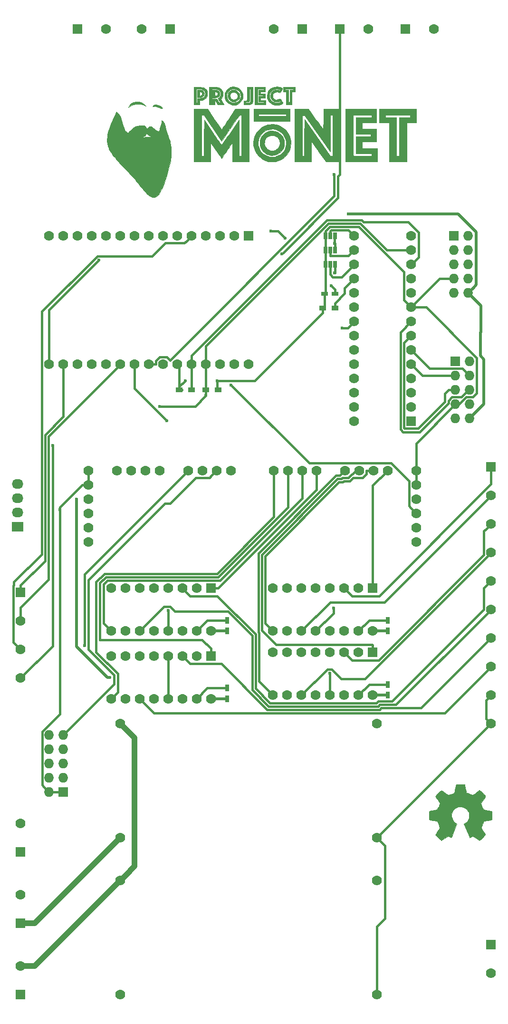
<source format=gtl>
G04 #@! TF.FileFunction,Copper,L1,Top,Signal*
%FSLAX46Y46*%
G04 Gerber Fmt 4.6, Leading zero omitted, Abs format (unit mm)*
G04 Created by KiCad (PCBNEW 4.0.3-stable) date Thursday, August 18, 2016 'PMt' 02:05:46 PM*
%MOMM*%
%LPD*%
G01*
G04 APERTURE LIST*
%ADD10C,0.100000*%
%ADD11C,0.010000*%
%ADD12R,1.778000X1.778000*%
%ADD13C,1.778000*%
%ADD14R,0.635000X1.270000*%
%ADD15R,1.200000X0.900000*%
%ADD16R,2.032000X1.727200*%
%ADD17O,2.032000X1.727200*%
%ADD18R,0.750000X1.200000*%
%ADD19R,1.200000X0.750000*%
%ADD20R,1.727200X1.727200*%
%ADD21O,1.727200X1.727200*%
%ADD22C,0.600000*%
%ADD23C,0.400000*%
%ADD24C,1.000000*%
%ADD25C,0.500000*%
G04 APERTURE END LIST*
D10*
D11*
G36*
X120141837Y-201253211D02*
X120191474Y-201513630D01*
X120237296Y-201737297D01*
X120275235Y-201905568D01*
X120301227Y-201999794D01*
X120307437Y-202012648D01*
X120375966Y-202052947D01*
X120514439Y-202117105D01*
X120696927Y-202194752D01*
X120897500Y-202275515D01*
X121090225Y-202349023D01*
X121249173Y-202404905D01*
X121348413Y-202432789D01*
X121361328Y-202434173D01*
X121434228Y-202406618D01*
X121572897Y-202330868D01*
X121759830Y-202217295D01*
X121977526Y-202076270D01*
X122067460Y-202015746D01*
X122682604Y-201597319D01*
X123203144Y-202117912D01*
X123394465Y-202305310D01*
X123533359Y-202444688D01*
X123620082Y-202554750D01*
X123654889Y-202654197D01*
X123638035Y-202761731D01*
X123569776Y-202896054D01*
X123450368Y-203075868D01*
X123280066Y-203319875D01*
X123220742Y-203405975D01*
X122870504Y-203917490D01*
X123008202Y-204257495D01*
X123096841Y-204469733D01*
X123189676Y-204681709D01*
X123256636Y-204826483D01*
X123367373Y-205055466D01*
X124069140Y-205187208D01*
X124326750Y-205238370D01*
X124549341Y-205287843D01*
X124717205Y-205330853D01*
X124810634Y-205362623D01*
X124821435Y-205369477D01*
X124840765Y-205440063D01*
X124853784Y-205597385D01*
X124859779Y-205826529D01*
X124858036Y-206112580D01*
X124857743Y-206127591D01*
X124843525Y-206835179D01*
X124146137Y-206963466D01*
X123889368Y-207013568D01*
X123667781Y-207062199D01*
X123501144Y-207104617D01*
X123409222Y-207136081D01*
X123399221Y-207142622D01*
X123361238Y-207208925D01*
X123297878Y-207346351D01*
X123218989Y-207530510D01*
X123134416Y-207737008D01*
X123054004Y-207941454D01*
X122987600Y-208119454D01*
X122945049Y-208246617D01*
X122934707Y-208293421D01*
X122962312Y-208353510D01*
X123037835Y-208479322D01*
X123150336Y-208653514D01*
X123288877Y-208858743D01*
X123316471Y-208898702D01*
X123458434Y-209106702D01*
X123576466Y-209285634D01*
X123659677Y-209418538D01*
X123697176Y-209488454D01*
X123698234Y-209493235D01*
X123663838Y-209544389D01*
X123571436Y-209649124D01*
X123437207Y-209791306D01*
X123277332Y-209954800D01*
X123107991Y-210123472D01*
X122945362Y-210281185D01*
X122805627Y-210411806D01*
X122704965Y-210499199D01*
X122661034Y-210527559D01*
X122605547Y-210500066D01*
X122483478Y-210424740D01*
X122311518Y-210312308D01*
X122106357Y-210173499D01*
X122052814Y-210136610D01*
X121487389Y-209745661D01*
X121191260Y-209907150D01*
X121031592Y-209991090D01*
X120937973Y-210028074D01*
X120888781Y-210022888D01*
X120862391Y-209980317D01*
X120862259Y-209979963D01*
X120834151Y-209909576D01*
X120772774Y-209759279D01*
X120683931Y-209543171D01*
X120573428Y-209275349D01*
X120447068Y-208969912D01*
X120354248Y-208745996D01*
X119879109Y-207600706D01*
X119994383Y-207524353D01*
X120266559Y-207305927D01*
X120506156Y-207042346D01*
X120680487Y-206769600D01*
X120681261Y-206768029D01*
X120757338Y-206595239D01*
X120800130Y-206437703D01*
X120818178Y-206252867D01*
X120820627Y-206073652D01*
X120814827Y-205851878D01*
X120792781Y-205688990D01*
X120744285Y-205542249D01*
X120659132Y-205368918D01*
X120646869Y-205345983D01*
X120416140Y-205013015D01*
X120128572Y-204760936D01*
X119792113Y-204594681D01*
X119414708Y-204519186D01*
X119309092Y-204515019D01*
X118937082Y-204537701D01*
X118628161Y-204618535D01*
X118355724Y-204767516D01*
X118130122Y-204957959D01*
X117897918Y-205251283D01*
X117742423Y-205592819D01*
X117667430Y-205961210D01*
X117676730Y-206335101D01*
X117774115Y-206693136D01*
X117808536Y-206769292D01*
X117986847Y-207053302D01*
X118238657Y-207316441D01*
X118469916Y-207499692D01*
X118611738Y-207602139D01*
X118147065Y-208721262D01*
X118013887Y-209042256D01*
X117891890Y-209336768D01*
X117787129Y-209590141D01*
X117705662Y-209787718D01*
X117653544Y-209914841D01*
X117638793Y-209951420D01*
X117595194Y-210062455D01*
X117308176Y-209907000D01*
X117021158Y-209751544D01*
X116445884Y-210139552D01*
X116232263Y-210281529D01*
X116047767Y-210400197D01*
X115909187Y-210485049D01*
X115833314Y-210525578D01*
X115825852Y-210527559D01*
X115775481Y-210493336D01*
X115668330Y-210399465D01*
X115518738Y-210259144D01*
X115341041Y-210085572D01*
X115285756Y-210030356D01*
X115105785Y-209847236D01*
X114955021Y-209689124D01*
X114846574Y-209570133D01*
X114793556Y-209504374D01*
X114790419Y-209497178D01*
X114817725Y-209444089D01*
X114892473Y-209324147D01*
X115003908Y-209154028D01*
X115141274Y-208950408D01*
X115172182Y-208905282D01*
X115314270Y-208693085D01*
X115432372Y-208506635D01*
X115515565Y-208363930D01*
X115552929Y-208282970D01*
X115553946Y-208276136D01*
X115534916Y-208197746D01*
X115484535Y-208051295D01*
X115412864Y-207861720D01*
X115329967Y-207653961D01*
X115245906Y-207452954D01*
X115170742Y-207283639D01*
X115114538Y-207170952D01*
X115097271Y-207144327D01*
X115030598Y-207113596D01*
X114883373Y-207072162D01*
X114675647Y-207024903D01*
X114427471Y-206976698D01*
X114358470Y-206964557D01*
X113670579Y-206846129D01*
X113670579Y-206091822D01*
X113671117Y-205800508D01*
X113674278Y-205595158D01*
X113682380Y-205459935D01*
X113697744Y-205378999D01*
X113722689Y-205336514D01*
X113759534Y-205316639D01*
X113785108Y-205309753D01*
X113878699Y-205289855D01*
X114048139Y-205256370D01*
X114269133Y-205214018D01*
X114510459Y-205168804D01*
X115121280Y-205055616D01*
X115232016Y-204826557D01*
X115310131Y-204656758D01*
X115403612Y-204441969D01*
X115482263Y-204252993D01*
X115621773Y-203908486D01*
X115206096Y-203302685D01*
X115058066Y-203084099D01*
X114933289Y-202894419D01*
X114842080Y-202749751D01*
X114794754Y-202666200D01*
X114790419Y-202653651D01*
X114824671Y-202603557D01*
X114916679Y-202499587D01*
X115050321Y-202357892D01*
X115209475Y-202194624D01*
X115378018Y-202025934D01*
X115539830Y-201867975D01*
X115678787Y-201736897D01*
X115778768Y-201648853D01*
X115822434Y-201619744D01*
X115875709Y-201647261D01*
X115996143Y-201722809D01*
X116167602Y-201835882D01*
X116373952Y-201975977D01*
X116447837Y-202026958D01*
X116667579Y-202174732D01*
X116863999Y-202298572D01*
X117019122Y-202387741D01*
X117114975Y-202431503D01*
X117129580Y-202434173D01*
X117213832Y-202415151D01*
X117364205Y-202365165D01*
X117553893Y-202294836D01*
X117756093Y-202214782D01*
X117944000Y-202135623D01*
X118090812Y-202067979D01*
X118169722Y-202022470D01*
X118170560Y-202021737D01*
X118195835Y-201959329D01*
X118234101Y-201815604D01*
X118280879Y-201609540D01*
X118331689Y-201360114D01*
X118352038Y-201252989D01*
X118487442Y-200525355D01*
X120007816Y-200525355D01*
X120141837Y-201253211D01*
X120141837Y-201253211D01*
G37*
X120141837Y-201253211D02*
X120191474Y-201513630D01*
X120237296Y-201737297D01*
X120275235Y-201905568D01*
X120301227Y-201999794D01*
X120307437Y-202012648D01*
X120375966Y-202052947D01*
X120514439Y-202117105D01*
X120696927Y-202194752D01*
X120897500Y-202275515D01*
X121090225Y-202349023D01*
X121249173Y-202404905D01*
X121348413Y-202432789D01*
X121361328Y-202434173D01*
X121434228Y-202406618D01*
X121572897Y-202330868D01*
X121759830Y-202217295D01*
X121977526Y-202076270D01*
X122067460Y-202015746D01*
X122682604Y-201597319D01*
X123203144Y-202117912D01*
X123394465Y-202305310D01*
X123533359Y-202444688D01*
X123620082Y-202554750D01*
X123654889Y-202654197D01*
X123638035Y-202761731D01*
X123569776Y-202896054D01*
X123450368Y-203075868D01*
X123280066Y-203319875D01*
X123220742Y-203405975D01*
X122870504Y-203917490D01*
X123008202Y-204257495D01*
X123096841Y-204469733D01*
X123189676Y-204681709D01*
X123256636Y-204826483D01*
X123367373Y-205055466D01*
X124069140Y-205187208D01*
X124326750Y-205238370D01*
X124549341Y-205287843D01*
X124717205Y-205330853D01*
X124810634Y-205362623D01*
X124821435Y-205369477D01*
X124840765Y-205440063D01*
X124853784Y-205597385D01*
X124859779Y-205826529D01*
X124858036Y-206112580D01*
X124857743Y-206127591D01*
X124843525Y-206835179D01*
X124146137Y-206963466D01*
X123889368Y-207013568D01*
X123667781Y-207062199D01*
X123501144Y-207104617D01*
X123409222Y-207136081D01*
X123399221Y-207142622D01*
X123361238Y-207208925D01*
X123297878Y-207346351D01*
X123218989Y-207530510D01*
X123134416Y-207737008D01*
X123054004Y-207941454D01*
X122987600Y-208119454D01*
X122945049Y-208246617D01*
X122934707Y-208293421D01*
X122962312Y-208353510D01*
X123037835Y-208479322D01*
X123150336Y-208653514D01*
X123288877Y-208858743D01*
X123316471Y-208898702D01*
X123458434Y-209106702D01*
X123576466Y-209285634D01*
X123659677Y-209418538D01*
X123697176Y-209488454D01*
X123698234Y-209493235D01*
X123663838Y-209544389D01*
X123571436Y-209649124D01*
X123437207Y-209791306D01*
X123277332Y-209954800D01*
X123107991Y-210123472D01*
X122945362Y-210281185D01*
X122805627Y-210411806D01*
X122704965Y-210499199D01*
X122661034Y-210527559D01*
X122605547Y-210500066D01*
X122483478Y-210424740D01*
X122311518Y-210312308D01*
X122106357Y-210173499D01*
X122052814Y-210136610D01*
X121487389Y-209745661D01*
X121191260Y-209907150D01*
X121031592Y-209991090D01*
X120937973Y-210028074D01*
X120888781Y-210022888D01*
X120862391Y-209980317D01*
X120862259Y-209979963D01*
X120834151Y-209909576D01*
X120772774Y-209759279D01*
X120683931Y-209543171D01*
X120573428Y-209275349D01*
X120447068Y-208969912D01*
X120354248Y-208745996D01*
X119879109Y-207600706D01*
X119994383Y-207524353D01*
X120266559Y-207305927D01*
X120506156Y-207042346D01*
X120680487Y-206769600D01*
X120681261Y-206768029D01*
X120757338Y-206595239D01*
X120800130Y-206437703D01*
X120818178Y-206252867D01*
X120820627Y-206073652D01*
X120814827Y-205851878D01*
X120792781Y-205688990D01*
X120744285Y-205542249D01*
X120659132Y-205368918D01*
X120646869Y-205345983D01*
X120416140Y-205013015D01*
X120128572Y-204760936D01*
X119792113Y-204594681D01*
X119414708Y-204519186D01*
X119309092Y-204515019D01*
X118937082Y-204537701D01*
X118628161Y-204618535D01*
X118355724Y-204767516D01*
X118130122Y-204957959D01*
X117897918Y-205251283D01*
X117742423Y-205592819D01*
X117667430Y-205961210D01*
X117676730Y-206335101D01*
X117774115Y-206693136D01*
X117808536Y-206769292D01*
X117986847Y-207053302D01*
X118238657Y-207316441D01*
X118469916Y-207499692D01*
X118611738Y-207602139D01*
X118147065Y-208721262D01*
X118013887Y-209042256D01*
X117891890Y-209336768D01*
X117787129Y-209590141D01*
X117705662Y-209787718D01*
X117653544Y-209914841D01*
X117638793Y-209951420D01*
X117595194Y-210062455D01*
X117308176Y-209907000D01*
X117021158Y-209751544D01*
X116445884Y-210139552D01*
X116232263Y-210281529D01*
X116047767Y-210400197D01*
X115909187Y-210485049D01*
X115833314Y-210525578D01*
X115825852Y-210527559D01*
X115775481Y-210493336D01*
X115668330Y-210399465D01*
X115518738Y-210259144D01*
X115341041Y-210085572D01*
X115285756Y-210030356D01*
X115105785Y-209847236D01*
X114955021Y-209689124D01*
X114846574Y-209570133D01*
X114793556Y-209504374D01*
X114790419Y-209497178D01*
X114817725Y-209444089D01*
X114892473Y-209324147D01*
X115003908Y-209154028D01*
X115141274Y-208950408D01*
X115172182Y-208905282D01*
X115314270Y-208693085D01*
X115432372Y-208506635D01*
X115515565Y-208363930D01*
X115552929Y-208282970D01*
X115553946Y-208276136D01*
X115534916Y-208197746D01*
X115484535Y-208051295D01*
X115412864Y-207861720D01*
X115329967Y-207653961D01*
X115245906Y-207452954D01*
X115170742Y-207283639D01*
X115114538Y-207170952D01*
X115097271Y-207144327D01*
X115030598Y-207113596D01*
X114883373Y-207072162D01*
X114675647Y-207024903D01*
X114427471Y-206976698D01*
X114358470Y-206964557D01*
X113670579Y-206846129D01*
X113670579Y-206091822D01*
X113671117Y-205800508D01*
X113674278Y-205595158D01*
X113682380Y-205459935D01*
X113697744Y-205378999D01*
X113722689Y-205336514D01*
X113759534Y-205316639D01*
X113785108Y-205309753D01*
X113878699Y-205289855D01*
X114048139Y-205256370D01*
X114269133Y-205214018D01*
X114510459Y-205168804D01*
X115121280Y-205055616D01*
X115232016Y-204826557D01*
X115310131Y-204656758D01*
X115403612Y-204441969D01*
X115482263Y-204252993D01*
X115621773Y-203908486D01*
X115206096Y-203302685D01*
X115058066Y-203084099D01*
X114933289Y-202894419D01*
X114842080Y-202749751D01*
X114794754Y-202666200D01*
X114790419Y-202653651D01*
X114824671Y-202603557D01*
X114916679Y-202499587D01*
X115050321Y-202357892D01*
X115209475Y-202194624D01*
X115378018Y-202025934D01*
X115539830Y-201867975D01*
X115678787Y-201736897D01*
X115778768Y-201648853D01*
X115822434Y-201619744D01*
X115875709Y-201647261D01*
X115996143Y-201722809D01*
X116167602Y-201835882D01*
X116373952Y-201975977D01*
X116447837Y-202026958D01*
X116667579Y-202174732D01*
X116863999Y-202298572D01*
X117019122Y-202387741D01*
X117114975Y-202431503D01*
X117129580Y-202434173D01*
X117213832Y-202415151D01*
X117364205Y-202365165D01*
X117553893Y-202294836D01*
X117756093Y-202214782D01*
X117944000Y-202135623D01*
X118090812Y-202067979D01*
X118169722Y-202022470D01*
X118170560Y-202021737D01*
X118195835Y-201959329D01*
X118234101Y-201815604D01*
X118280879Y-201609540D01*
X118331689Y-201360114D01*
X118352038Y-201252989D01*
X118487442Y-200525355D01*
X120007816Y-200525355D01*
X120141837Y-201253211D01*
G36*
X58211266Y-80990447D02*
X58395595Y-81214741D01*
X58555989Y-81470585D01*
X58699933Y-81774361D01*
X58834914Y-82142456D01*
X58968416Y-82591253D01*
X59004987Y-82727660D01*
X59148443Y-83229952D01*
X59290158Y-83636639D01*
X59432934Y-83953819D01*
X59579572Y-84187590D01*
X59732870Y-84344049D01*
X59754605Y-84359841D01*
X59878198Y-84440200D01*
X59967152Y-84488457D01*
X59987703Y-84494694D01*
X60024615Y-84469243D01*
X63175990Y-84469243D01*
X63201441Y-84494694D01*
X63226892Y-84469243D01*
X63201441Y-84443792D01*
X63175990Y-84469243D01*
X60024615Y-84469243D01*
X60037284Y-84460508D01*
X60140540Y-84368247D01*
X60280727Y-84233359D01*
X60392182Y-84121523D01*
X60741164Y-83791503D01*
X61065264Y-83544933D01*
X61382594Y-83372982D01*
X61711265Y-83266822D01*
X62069388Y-83217622D01*
X62258545Y-83211640D01*
X62594230Y-83220590D01*
X62844364Y-83253165D01*
X63023401Y-83313925D01*
X63145792Y-83407429D01*
X63214765Y-83513285D01*
X63284377Y-83635365D01*
X63347907Y-83709724D01*
X63361098Y-83717086D01*
X63426999Y-83695849D01*
X63541189Y-83621897D01*
X63662270Y-83525211D01*
X63808484Y-83411070D01*
X63935266Y-83351340D01*
X64059910Y-83350219D01*
X64199708Y-83411909D01*
X64371956Y-83540608D01*
X64593947Y-83740518D01*
X64609672Y-83755288D01*
X64889077Y-83995665D01*
X65129202Y-84155315D01*
X65326019Y-84232184D01*
X65475503Y-84224222D01*
X65502671Y-84210235D01*
X65555338Y-84137500D01*
X65624405Y-83986578D01*
X65703218Y-83778440D01*
X65785126Y-83534057D01*
X65863476Y-83274402D01*
X65931616Y-83020447D01*
X65982894Y-82793162D01*
X66010656Y-82613520D01*
X66011238Y-82606985D01*
X66039850Y-82271782D01*
X66229552Y-82479731D01*
X66336685Y-82601297D01*
X66417577Y-82709863D01*
X66480963Y-82826273D01*
X66535581Y-82971369D01*
X66590166Y-83165992D01*
X66653456Y-83430985D01*
X66683438Y-83562554D01*
X66756208Y-83859355D01*
X66841306Y-84168751D01*
X66927506Y-84451684D01*
X66995224Y-84647399D01*
X67163098Y-85095909D01*
X67296770Y-85468479D01*
X67401425Y-85783043D01*
X67482247Y-86057538D01*
X67544420Y-86309898D01*
X67593130Y-86558059D01*
X67633560Y-86819957D01*
X67642638Y-86887078D01*
X67654500Y-87035213D01*
X67663329Y-87261892D01*
X67669118Y-87543901D01*
X67671862Y-87858026D01*
X67671558Y-88181052D01*
X67668199Y-88489766D01*
X67661781Y-88760953D01*
X67652298Y-88971399D01*
X67643114Y-89075856D01*
X67581770Y-89453289D01*
X67486485Y-89912862D01*
X67360625Y-90441993D01*
X67207554Y-91028100D01*
X67030639Y-91658601D01*
X66833245Y-92320916D01*
X66618737Y-93002460D01*
X66479023Y-93427960D01*
X66324618Y-93852725D01*
X66147142Y-94277374D01*
X65957234Y-94680026D01*
X65765531Y-95038801D01*
X65582672Y-95331818D01*
X65496840Y-95448141D01*
X65258318Y-95700676D01*
X65004370Y-95885837D01*
X64750215Y-95995950D01*
X64511072Y-96023343D01*
X64397633Y-96002328D01*
X64212886Y-95934924D01*
X64028441Y-95844345D01*
X63838068Y-95724489D01*
X63635533Y-95569252D01*
X63414606Y-95372528D01*
X63169055Y-95128215D01*
X62892648Y-94830207D01*
X62579153Y-94472402D01*
X62222339Y-94048695D01*
X61815973Y-93552981D01*
X61509608Y-93173451D01*
X61218086Y-92819196D01*
X60880252Y-92422714D01*
X60521874Y-92013364D01*
X60168718Y-91620501D01*
X59846549Y-91273485D01*
X59789601Y-91213732D01*
X59238477Y-90635486D01*
X58755539Y-90122025D01*
X58335754Y-89667400D01*
X57974089Y-89265665D01*
X57665511Y-88910870D01*
X57404989Y-88597069D01*
X57187488Y-88318313D01*
X57007977Y-88068655D01*
X56861423Y-87842147D01*
X56742792Y-87632841D01*
X56716665Y-87582023D01*
X56571336Y-87235068D01*
X56446534Y-86826121D01*
X56351468Y-86394360D01*
X56295349Y-85978965D01*
X56284129Y-85741788D01*
X56290213Y-85604318D01*
X56301831Y-85461828D01*
X61827092Y-85461828D01*
X61838631Y-85505405D01*
X61874990Y-85512730D01*
X61944634Y-85486154D01*
X61954347Y-85461828D01*
X61917813Y-85412383D01*
X61906449Y-85410926D01*
X61837511Y-85447927D01*
X61827092Y-85461828D01*
X56301831Y-85461828D01*
X56306680Y-85402373D01*
X56310304Y-85366487D01*
X62065663Y-85366487D01*
X62091993Y-85394029D01*
X62107052Y-85404962D01*
X62211445Y-85441583D01*
X62259757Y-85438346D01*
X62339809Y-85419056D01*
X62494189Y-85384071D01*
X62697687Y-85339051D01*
X62845128Y-85306922D01*
X63118145Y-85258221D01*
X64346731Y-85258221D01*
X64365355Y-85300119D01*
X64380666Y-85292155D01*
X64382616Y-85272812D01*
X64456740Y-85272812D01*
X64469125Y-85301258D01*
X64520378Y-85355903D01*
X64549843Y-85344693D01*
X64550338Y-85337578D01*
X64514184Y-85294524D01*
X64491572Y-85278811D01*
X64456740Y-85272812D01*
X64382616Y-85272812D01*
X64386758Y-85231747D01*
X64380666Y-85224286D01*
X64350405Y-85231273D01*
X64346731Y-85258221D01*
X63118145Y-85258221D01*
X63150470Y-85252455D01*
X63458840Y-85217785D01*
X63743124Y-85204426D01*
X63976205Y-85213894D01*
X64100664Y-85236754D01*
X64192028Y-85228904D01*
X64223058Y-85201525D01*
X64231149Y-85164548D01*
X64201891Y-85177007D01*
X64149265Y-85185234D01*
X64143124Y-85169647D01*
X64099947Y-85126600D01*
X63992345Y-85072965D01*
X63952242Y-85057632D01*
X63772445Y-84977075D01*
X63589813Y-84869333D01*
X63432427Y-84753769D01*
X63328367Y-84649747D01*
X63306631Y-84612418D01*
X63271938Y-84553067D01*
X63231524Y-84587717D01*
X63224933Y-84597924D01*
X63184959Y-84710427D01*
X63176769Y-84782854D01*
X63128599Y-84908189D01*
X62997462Y-85036429D01*
X62800881Y-85154172D01*
X62576592Y-85241918D01*
X62416171Y-85296424D01*
X62298499Y-85345738D01*
X62255688Y-85373087D01*
X62189695Y-85393217D01*
X62128433Y-85382398D01*
X62065663Y-85366487D01*
X56310304Y-85366487D01*
X56329914Y-85172312D01*
X56356299Y-84950498D01*
X56377776Y-84800105D01*
X56453660Y-84441636D01*
X56576082Y-84009652D01*
X56739864Y-83518329D01*
X56939827Y-82981840D01*
X57170791Y-82414359D01*
X57427577Y-81830061D01*
X57591829Y-81477434D01*
X57954959Y-80714558D01*
X58211266Y-80990447D01*
X58211266Y-80990447D01*
G37*
X58211266Y-80990447D02*
X58395595Y-81214741D01*
X58555989Y-81470585D01*
X58699933Y-81774361D01*
X58834914Y-82142456D01*
X58968416Y-82591253D01*
X59004987Y-82727660D01*
X59148443Y-83229952D01*
X59290158Y-83636639D01*
X59432934Y-83953819D01*
X59579572Y-84187590D01*
X59732870Y-84344049D01*
X59754605Y-84359841D01*
X59878198Y-84440200D01*
X59967152Y-84488457D01*
X59987703Y-84494694D01*
X60024615Y-84469243D01*
X63175990Y-84469243D01*
X63201441Y-84494694D01*
X63226892Y-84469243D01*
X63201441Y-84443792D01*
X63175990Y-84469243D01*
X60024615Y-84469243D01*
X60037284Y-84460508D01*
X60140540Y-84368247D01*
X60280727Y-84233359D01*
X60392182Y-84121523D01*
X60741164Y-83791503D01*
X61065264Y-83544933D01*
X61382594Y-83372982D01*
X61711265Y-83266822D01*
X62069388Y-83217622D01*
X62258545Y-83211640D01*
X62594230Y-83220590D01*
X62844364Y-83253165D01*
X63023401Y-83313925D01*
X63145792Y-83407429D01*
X63214765Y-83513285D01*
X63284377Y-83635365D01*
X63347907Y-83709724D01*
X63361098Y-83717086D01*
X63426999Y-83695849D01*
X63541189Y-83621897D01*
X63662270Y-83525211D01*
X63808484Y-83411070D01*
X63935266Y-83351340D01*
X64059910Y-83350219D01*
X64199708Y-83411909D01*
X64371956Y-83540608D01*
X64593947Y-83740518D01*
X64609672Y-83755288D01*
X64889077Y-83995665D01*
X65129202Y-84155315D01*
X65326019Y-84232184D01*
X65475503Y-84224222D01*
X65502671Y-84210235D01*
X65555338Y-84137500D01*
X65624405Y-83986578D01*
X65703218Y-83778440D01*
X65785126Y-83534057D01*
X65863476Y-83274402D01*
X65931616Y-83020447D01*
X65982894Y-82793162D01*
X66010656Y-82613520D01*
X66011238Y-82606985D01*
X66039850Y-82271782D01*
X66229552Y-82479731D01*
X66336685Y-82601297D01*
X66417577Y-82709863D01*
X66480963Y-82826273D01*
X66535581Y-82971369D01*
X66590166Y-83165992D01*
X66653456Y-83430985D01*
X66683438Y-83562554D01*
X66756208Y-83859355D01*
X66841306Y-84168751D01*
X66927506Y-84451684D01*
X66995224Y-84647399D01*
X67163098Y-85095909D01*
X67296770Y-85468479D01*
X67401425Y-85783043D01*
X67482247Y-86057538D01*
X67544420Y-86309898D01*
X67593130Y-86558059D01*
X67633560Y-86819957D01*
X67642638Y-86887078D01*
X67654500Y-87035213D01*
X67663329Y-87261892D01*
X67669118Y-87543901D01*
X67671862Y-87858026D01*
X67671558Y-88181052D01*
X67668199Y-88489766D01*
X67661781Y-88760953D01*
X67652298Y-88971399D01*
X67643114Y-89075856D01*
X67581770Y-89453289D01*
X67486485Y-89912862D01*
X67360625Y-90441993D01*
X67207554Y-91028100D01*
X67030639Y-91658601D01*
X66833245Y-92320916D01*
X66618737Y-93002460D01*
X66479023Y-93427960D01*
X66324618Y-93852725D01*
X66147142Y-94277374D01*
X65957234Y-94680026D01*
X65765531Y-95038801D01*
X65582672Y-95331818D01*
X65496840Y-95448141D01*
X65258318Y-95700676D01*
X65004370Y-95885837D01*
X64750215Y-95995950D01*
X64511072Y-96023343D01*
X64397633Y-96002328D01*
X64212886Y-95934924D01*
X64028441Y-95844345D01*
X63838068Y-95724489D01*
X63635533Y-95569252D01*
X63414606Y-95372528D01*
X63169055Y-95128215D01*
X62892648Y-94830207D01*
X62579153Y-94472402D01*
X62222339Y-94048695D01*
X61815973Y-93552981D01*
X61509608Y-93173451D01*
X61218086Y-92819196D01*
X60880252Y-92422714D01*
X60521874Y-92013364D01*
X60168718Y-91620501D01*
X59846549Y-91273485D01*
X59789601Y-91213732D01*
X59238477Y-90635486D01*
X58755539Y-90122025D01*
X58335754Y-89667400D01*
X57974089Y-89265665D01*
X57665511Y-88910870D01*
X57404989Y-88597069D01*
X57187488Y-88318313D01*
X57007977Y-88068655D01*
X56861423Y-87842147D01*
X56742792Y-87632841D01*
X56716665Y-87582023D01*
X56571336Y-87235068D01*
X56446534Y-86826121D01*
X56351468Y-86394360D01*
X56295349Y-85978965D01*
X56284129Y-85741788D01*
X56290213Y-85604318D01*
X56301831Y-85461828D01*
X61827092Y-85461828D01*
X61838631Y-85505405D01*
X61874990Y-85512730D01*
X61944634Y-85486154D01*
X61954347Y-85461828D01*
X61917813Y-85412383D01*
X61906449Y-85410926D01*
X61837511Y-85447927D01*
X61827092Y-85461828D01*
X56301831Y-85461828D01*
X56306680Y-85402373D01*
X56310304Y-85366487D01*
X62065663Y-85366487D01*
X62091993Y-85394029D01*
X62107052Y-85404962D01*
X62211445Y-85441583D01*
X62259757Y-85438346D01*
X62339809Y-85419056D01*
X62494189Y-85384071D01*
X62697687Y-85339051D01*
X62845128Y-85306922D01*
X63118145Y-85258221D01*
X64346731Y-85258221D01*
X64365355Y-85300119D01*
X64380666Y-85292155D01*
X64382616Y-85272812D01*
X64456740Y-85272812D01*
X64469125Y-85301258D01*
X64520378Y-85355903D01*
X64549843Y-85344693D01*
X64550338Y-85337578D01*
X64514184Y-85294524D01*
X64491572Y-85278811D01*
X64456740Y-85272812D01*
X64382616Y-85272812D01*
X64386758Y-85231747D01*
X64380666Y-85224286D01*
X64350405Y-85231273D01*
X64346731Y-85258221D01*
X63118145Y-85258221D01*
X63150470Y-85252455D01*
X63458840Y-85217785D01*
X63743124Y-85204426D01*
X63976205Y-85213894D01*
X64100664Y-85236754D01*
X64192028Y-85228904D01*
X64223058Y-85201525D01*
X64231149Y-85164548D01*
X64201891Y-85177007D01*
X64149265Y-85185234D01*
X64143124Y-85169647D01*
X64099947Y-85126600D01*
X63992345Y-85072965D01*
X63952242Y-85057632D01*
X63772445Y-84977075D01*
X63589813Y-84869333D01*
X63432427Y-84753769D01*
X63328367Y-84649747D01*
X63306631Y-84612418D01*
X63271938Y-84553067D01*
X63231524Y-84587717D01*
X63224933Y-84597924D01*
X63184959Y-84710427D01*
X63176769Y-84782854D01*
X63128599Y-84908189D01*
X62997462Y-85036429D01*
X62800881Y-85154172D01*
X62576592Y-85241918D01*
X62416171Y-85296424D01*
X62298499Y-85345738D01*
X62255688Y-85373087D01*
X62189695Y-85393217D01*
X62128433Y-85382398D01*
X62065663Y-85366487D01*
X56310304Y-85366487D01*
X56329914Y-85172312D01*
X56356299Y-84950498D01*
X56377776Y-84800105D01*
X56453660Y-84441636D01*
X56576082Y-84009652D01*
X56739864Y-83518329D01*
X56939827Y-82981840D01*
X57170791Y-82414359D01*
X57427577Y-81830061D01*
X57591829Y-81477434D01*
X57954959Y-80714558D01*
X58211266Y-80990447D01*
G36*
X81602443Y-89686678D02*
X78650138Y-89686678D01*
X78650138Y-87970560D01*
X78649621Y-87501856D01*
X78647819Y-87126033D01*
X78644354Y-86834172D01*
X78638850Y-86617355D01*
X78630928Y-86466664D01*
X78620213Y-86373179D01*
X78606327Y-86327982D01*
X78588893Y-86322155D01*
X78580724Y-86328977D01*
X78535653Y-86388568D01*
X78441283Y-86521598D01*
X78305204Y-86717080D01*
X78135008Y-86964027D01*
X77938286Y-87251453D01*
X77722628Y-87568371D01*
X77632376Y-87701507D01*
X77412912Y-88025166D01*
X77211012Y-88322081D01*
X77033945Y-88581624D01*
X76888982Y-88793170D01*
X76783395Y-88946093D01*
X76724454Y-89029767D01*
X76715338Y-89041727D01*
X76678731Y-89011417D01*
X76592197Y-88906044D01*
X76462630Y-88735022D01*
X76296919Y-88507761D01*
X76101956Y-88233673D01*
X75884632Y-87922171D01*
X75716692Y-87677825D01*
X74756150Y-86271700D01*
X74742748Y-87979189D01*
X74729345Y-89686678D01*
X71778395Y-89686678D01*
X71778395Y-81389684D01*
X73101841Y-81389684D01*
X73101841Y-88623593D01*
X73534507Y-88592289D01*
X73559958Y-85411535D01*
X73585409Y-82230780D01*
X75105009Y-84444400D01*
X75396092Y-84868179D01*
X75670185Y-85266749D01*
X75921822Y-85632193D01*
X76145533Y-85956592D01*
X76335853Y-86232030D01*
X76487313Y-86450586D01*
X76594444Y-86604345D01*
X76651781Y-86685387D01*
X76659704Y-86695842D01*
X76694151Y-86662266D01*
X76780365Y-86551937D01*
X76912999Y-86372375D01*
X77086707Y-86131098D01*
X77296142Y-85835627D01*
X77535958Y-85493482D01*
X77800807Y-85112183D01*
X78085344Y-84699249D01*
X78245114Y-84466026D01*
X79795429Y-82198389D01*
X79808534Y-85408064D01*
X79821639Y-88617740D01*
X80228094Y-88617740D01*
X80228094Y-81389684D01*
X80026974Y-81389684D01*
X79985786Y-81387459D01*
X79950974Y-81384729D01*
X79918078Y-81387409D01*
X79882637Y-81401411D01*
X79840190Y-81432651D01*
X79786277Y-81487044D01*
X79716436Y-81570504D01*
X79626207Y-81688946D01*
X79511128Y-81848283D01*
X79366739Y-82054431D01*
X79188580Y-82313305D01*
X78972189Y-82630817D01*
X78713105Y-83012884D01*
X78406867Y-83465420D01*
X78049016Y-83994338D01*
X77931043Y-84168623D01*
X76687203Y-86005880D01*
X75114609Y-83697782D01*
X73542014Y-81389684D01*
X73101841Y-81389684D01*
X71778395Y-81389684D01*
X71778395Y-80269844D01*
X72987312Y-80270510D01*
X74196230Y-80271176D01*
X75417874Y-82075716D01*
X75677215Y-82457093D01*
X75920115Y-82811011D01*
X76140462Y-83128806D01*
X76332151Y-83401820D01*
X76489070Y-83621389D01*
X76605114Y-83778855D01*
X76674171Y-83865555D01*
X76690419Y-83880008D01*
X76728665Y-83839016D01*
X76817196Y-83721947D01*
X76949928Y-83537498D01*
X77120779Y-83294368D01*
X77323668Y-83001256D01*
X77552513Y-82666858D01*
X77801231Y-82299873D01*
X77952678Y-82074802D01*
X79164035Y-80269844D01*
X81602443Y-80269844D01*
X81602443Y-89686678D01*
X81602443Y-89686678D01*
G37*
X81602443Y-89686678D02*
X78650138Y-89686678D01*
X78650138Y-87970560D01*
X78649621Y-87501856D01*
X78647819Y-87126033D01*
X78644354Y-86834172D01*
X78638850Y-86617355D01*
X78630928Y-86466664D01*
X78620213Y-86373179D01*
X78606327Y-86327982D01*
X78588893Y-86322155D01*
X78580724Y-86328977D01*
X78535653Y-86388568D01*
X78441283Y-86521598D01*
X78305204Y-86717080D01*
X78135008Y-86964027D01*
X77938286Y-87251453D01*
X77722628Y-87568371D01*
X77632376Y-87701507D01*
X77412912Y-88025166D01*
X77211012Y-88322081D01*
X77033945Y-88581624D01*
X76888982Y-88793170D01*
X76783395Y-88946093D01*
X76724454Y-89029767D01*
X76715338Y-89041727D01*
X76678731Y-89011417D01*
X76592197Y-88906044D01*
X76462630Y-88735022D01*
X76296919Y-88507761D01*
X76101956Y-88233673D01*
X75884632Y-87922171D01*
X75716692Y-87677825D01*
X74756150Y-86271700D01*
X74742748Y-87979189D01*
X74729345Y-89686678D01*
X71778395Y-89686678D01*
X71778395Y-81389684D01*
X73101841Y-81389684D01*
X73101841Y-88623593D01*
X73534507Y-88592289D01*
X73559958Y-85411535D01*
X73585409Y-82230780D01*
X75105009Y-84444400D01*
X75396092Y-84868179D01*
X75670185Y-85266749D01*
X75921822Y-85632193D01*
X76145533Y-85956592D01*
X76335853Y-86232030D01*
X76487313Y-86450586D01*
X76594444Y-86604345D01*
X76651781Y-86685387D01*
X76659704Y-86695842D01*
X76694151Y-86662266D01*
X76780365Y-86551937D01*
X76912999Y-86372375D01*
X77086707Y-86131098D01*
X77296142Y-85835627D01*
X77535958Y-85493482D01*
X77800807Y-85112183D01*
X78085344Y-84699249D01*
X78245114Y-84466026D01*
X79795429Y-82198389D01*
X79808534Y-85408064D01*
X79821639Y-88617740D01*
X80228094Y-88617740D01*
X80228094Y-81389684D01*
X80026974Y-81389684D01*
X79985786Y-81387459D01*
X79950974Y-81384729D01*
X79918078Y-81387409D01*
X79882637Y-81401411D01*
X79840190Y-81432651D01*
X79786277Y-81487044D01*
X79716436Y-81570504D01*
X79626207Y-81688946D01*
X79511128Y-81848283D01*
X79366739Y-82054431D01*
X79188580Y-82313305D01*
X78972189Y-82630817D01*
X78713105Y-83012884D01*
X78406867Y-83465420D01*
X78049016Y-83994338D01*
X77931043Y-84168623D01*
X76687203Y-86005880D01*
X75114609Y-83697782D01*
X73542014Y-81389684D01*
X73101841Y-81389684D01*
X71778395Y-81389684D01*
X71778395Y-80269844D01*
X72987312Y-80270510D01*
X74196230Y-80271176D01*
X75417874Y-82075716D01*
X75677215Y-82457093D01*
X75920115Y-82811011D01*
X76140462Y-83128806D01*
X76332151Y-83401820D01*
X76489070Y-83621389D01*
X76605114Y-83778855D01*
X76674171Y-83865555D01*
X76690419Y-83880008D01*
X76728665Y-83839016D01*
X76817196Y-83721947D01*
X76949928Y-83537498D01*
X77120779Y-83294368D01*
X77323668Y-83001256D01*
X77552513Y-82666858D01*
X77801231Y-82299873D01*
X77952678Y-82074802D01*
X79164035Y-80269844D01*
X81602443Y-80269844D01*
X81602443Y-89686678D01*
G36*
X85977583Y-82998829D02*
X86186350Y-83010708D01*
X86359312Y-83035788D01*
X86529439Y-83079002D01*
X86729705Y-83145285D01*
X86749519Y-83152263D01*
X87291588Y-83393987D01*
X87771049Y-83710203D01*
X88182169Y-84092942D01*
X88519214Y-84534238D01*
X88776452Y-85026124D01*
X88948149Y-85560631D01*
X89028572Y-86129792D01*
X89034106Y-86327159D01*
X88985617Y-86900235D01*
X88844973Y-87443724D01*
X88619409Y-87948717D01*
X88316158Y-88406309D01*
X87942456Y-88807594D01*
X87505538Y-89143665D01*
X87012637Y-89405615D01*
X86470988Y-89584538D01*
X86369922Y-89607023D01*
X85808328Y-89676033D01*
X85247744Y-89655038D01*
X84961962Y-89607524D01*
X84759058Y-89550300D01*
X84511654Y-89460893D01*
X84264592Y-89355924D01*
X84198435Y-89324468D01*
X83972234Y-89204645D01*
X83778625Y-89077494D01*
X83586973Y-88920030D01*
X83366646Y-88709270D01*
X83331790Y-88674224D01*
X82950388Y-88232972D01*
X82666000Y-87773367D01*
X82474125Y-87284673D01*
X82370258Y-86756151D01*
X82347405Y-86327159D01*
X82358399Y-86175183D01*
X83197020Y-86175183D01*
X83215501Y-86652685D01*
X83335703Y-87131389D01*
X83465223Y-87437583D01*
X83719045Y-87845712D01*
X84043562Y-88191138D01*
X84425165Y-88467584D01*
X84850244Y-88668774D01*
X85305189Y-88788431D01*
X85776390Y-88820278D01*
X86250237Y-88758039D01*
X86301020Y-88745418D01*
X86742556Y-88582086D01*
X87155002Y-88336509D01*
X87516081Y-88024741D01*
X87803516Y-87662834D01*
X87803597Y-87662707D01*
X87988380Y-87319884D01*
X88103933Y-86968398D01*
X88157404Y-86579454D01*
X88160403Y-86225355D01*
X88148926Y-85973089D01*
X88129827Y-85787827D01*
X88095362Y-85634767D01*
X88037788Y-85479110D01*
X87953197Y-85294110D01*
X87690683Y-84853335D01*
X87358948Y-84482199D01*
X86966054Y-84187481D01*
X86520063Y-83975962D01*
X86308744Y-83910911D01*
X85831836Y-83837129D01*
X85357144Y-83858360D01*
X84898088Y-83968440D01*
X84468092Y-84161205D01*
X84080576Y-84430491D01*
X83748963Y-84770136D01*
X83486674Y-85173974D01*
X83465223Y-85216735D01*
X83280261Y-85697120D01*
X83197020Y-86175183D01*
X82358399Y-86175183D01*
X82388536Y-85758602D01*
X82514803Y-85239122D01*
X82730510Y-84758467D01*
X83039964Y-84306383D01*
X83331291Y-83984762D01*
X83652692Y-83688388D01*
X83962200Y-83461221D01*
X84294253Y-83281814D01*
X84683290Y-83128723D01*
X84732904Y-83111947D01*
X84915268Y-83057308D01*
X85089472Y-83022204D01*
X85286721Y-83002869D01*
X85538218Y-82995538D01*
X85700038Y-82995216D01*
X85977583Y-82998829D01*
X85977583Y-82998829D01*
G37*
X85977583Y-82998829D02*
X86186350Y-83010708D01*
X86359312Y-83035788D01*
X86529439Y-83079002D01*
X86729705Y-83145285D01*
X86749519Y-83152263D01*
X87291588Y-83393987D01*
X87771049Y-83710203D01*
X88182169Y-84092942D01*
X88519214Y-84534238D01*
X88776452Y-85026124D01*
X88948149Y-85560631D01*
X89028572Y-86129792D01*
X89034106Y-86327159D01*
X88985617Y-86900235D01*
X88844973Y-87443724D01*
X88619409Y-87948717D01*
X88316158Y-88406309D01*
X87942456Y-88807594D01*
X87505538Y-89143665D01*
X87012637Y-89405615D01*
X86470988Y-89584538D01*
X86369922Y-89607023D01*
X85808328Y-89676033D01*
X85247744Y-89655038D01*
X84961962Y-89607524D01*
X84759058Y-89550300D01*
X84511654Y-89460893D01*
X84264592Y-89355924D01*
X84198435Y-89324468D01*
X83972234Y-89204645D01*
X83778625Y-89077494D01*
X83586973Y-88920030D01*
X83366646Y-88709270D01*
X83331790Y-88674224D01*
X82950388Y-88232972D01*
X82666000Y-87773367D01*
X82474125Y-87284673D01*
X82370258Y-86756151D01*
X82347405Y-86327159D01*
X82358399Y-86175183D01*
X83197020Y-86175183D01*
X83215501Y-86652685D01*
X83335703Y-87131389D01*
X83465223Y-87437583D01*
X83719045Y-87845712D01*
X84043562Y-88191138D01*
X84425165Y-88467584D01*
X84850244Y-88668774D01*
X85305189Y-88788431D01*
X85776390Y-88820278D01*
X86250237Y-88758039D01*
X86301020Y-88745418D01*
X86742556Y-88582086D01*
X87155002Y-88336509D01*
X87516081Y-88024741D01*
X87803516Y-87662834D01*
X87803597Y-87662707D01*
X87988380Y-87319884D01*
X88103933Y-86968398D01*
X88157404Y-86579454D01*
X88160403Y-86225355D01*
X88148926Y-85973089D01*
X88129827Y-85787827D01*
X88095362Y-85634767D01*
X88037788Y-85479110D01*
X87953197Y-85294110D01*
X87690683Y-84853335D01*
X87358948Y-84482199D01*
X86966054Y-84187481D01*
X86520063Y-83975962D01*
X86308744Y-83910911D01*
X85831836Y-83837129D01*
X85357144Y-83858360D01*
X84898088Y-83968440D01*
X84468092Y-84161205D01*
X84080576Y-84430491D01*
X83748963Y-84770136D01*
X83486674Y-85173974D01*
X83465223Y-85216735D01*
X83280261Y-85697120D01*
X83197020Y-86175183D01*
X82358399Y-86175183D01*
X82388536Y-85758602D01*
X82514803Y-85239122D01*
X82730510Y-84758467D01*
X83039964Y-84306383D01*
X83331291Y-83984762D01*
X83652692Y-83688388D01*
X83962200Y-83461221D01*
X84294253Y-83281814D01*
X84683290Y-83128723D01*
X84732904Y-83111947D01*
X84915268Y-83057308D01*
X85089472Y-83022204D01*
X85286721Y-83002869D01*
X85538218Y-82995538D01*
X85700038Y-82995216D01*
X85977583Y-82998829D01*
G36*
X97738314Y-89686678D02*
X96503946Y-89684344D01*
X95269577Y-89682011D01*
X94022483Y-87925072D01*
X93755293Y-87549468D01*
X93504728Y-87198810D01*
X93277242Y-86882015D01*
X93079288Y-86607997D01*
X92917318Y-86385671D01*
X92797785Y-86223953D01*
X92727141Y-86131758D01*
X92711761Y-86114159D01*
X92694485Y-86118081D01*
X92680453Y-86167436D01*
X92669377Y-86270265D01*
X92660964Y-86434607D01*
X92654924Y-86668503D01*
X92650966Y-86979992D01*
X92648800Y-87377116D01*
X92648134Y-87867914D01*
X92648134Y-89686678D01*
X89746731Y-89686678D01*
X89746731Y-88617740D01*
X91019276Y-88617740D01*
X91425737Y-88617740D01*
X91438839Y-85384872D01*
X91451942Y-82152004D01*
X96068754Y-88617740D01*
X96465769Y-88617740D01*
X96465769Y-81389684D01*
X96058555Y-81389684D01*
X96058555Y-87869502D01*
X93753683Y-84642318D01*
X91448812Y-81415135D01*
X91234044Y-81399482D01*
X91019276Y-81383830D01*
X91019276Y-88617740D01*
X89746731Y-88617740D01*
X89746731Y-80269844D01*
X90955649Y-80269954D01*
X92164567Y-80270063D01*
X93459089Y-82079681D01*
X93731080Y-82459178D01*
X93985532Y-82812815D01*
X94216212Y-83132030D01*
X94416887Y-83408265D01*
X94581327Y-83632957D01*
X94703297Y-83797547D01*
X94776568Y-83893474D01*
X94795261Y-83915041D01*
X94804797Y-83872074D01*
X94813565Y-83738442D01*
X94821308Y-83525282D01*
X94827771Y-83243731D01*
X94832697Y-82904927D01*
X94835829Y-82520006D01*
X94836912Y-82105313D01*
X94836912Y-80269844D01*
X97738314Y-80269844D01*
X97738314Y-89686678D01*
X97738314Y-89686678D01*
G37*
X97738314Y-89686678D02*
X96503946Y-89684344D01*
X95269577Y-89682011D01*
X94022483Y-87925072D01*
X93755293Y-87549468D01*
X93504728Y-87198810D01*
X93277242Y-86882015D01*
X93079288Y-86607997D01*
X92917318Y-86385671D01*
X92797785Y-86223953D01*
X92727141Y-86131758D01*
X92711761Y-86114159D01*
X92694485Y-86118081D01*
X92680453Y-86167436D01*
X92669377Y-86270265D01*
X92660964Y-86434607D01*
X92654924Y-86668503D01*
X92650966Y-86979992D01*
X92648800Y-87377116D01*
X92648134Y-87867914D01*
X92648134Y-89686678D01*
X89746731Y-89686678D01*
X89746731Y-88617740D01*
X91019276Y-88617740D01*
X91425737Y-88617740D01*
X91438839Y-85384872D01*
X91451942Y-82152004D01*
X96068754Y-88617740D01*
X96465769Y-88617740D01*
X96465769Y-81389684D01*
X96058555Y-81389684D01*
X96058555Y-87869502D01*
X93753683Y-84642318D01*
X91448812Y-81415135D01*
X91234044Y-81399482D01*
X91019276Y-81383830D01*
X91019276Y-88617740D01*
X89746731Y-88617740D01*
X89746731Y-80269844D01*
X90955649Y-80269954D01*
X92164567Y-80270063D01*
X93459089Y-82079681D01*
X93731080Y-82459178D01*
X93985532Y-82812815D01*
X94216212Y-83132030D01*
X94416887Y-83408265D01*
X94581327Y-83632957D01*
X94703297Y-83797547D01*
X94776568Y-83893474D01*
X94795261Y-83915041D01*
X94804797Y-83872074D01*
X94813565Y-83738442D01*
X94821308Y-83525282D01*
X94827771Y-83243731D01*
X94832697Y-82904927D01*
X94835829Y-82520006D01*
X94836912Y-82105313D01*
X94836912Y-80269844D01*
X97738314Y-80269844D01*
X97738314Y-89686678D01*
G36*
X104304647Y-82713131D02*
X101759557Y-82713131D01*
X101759557Y-83832970D01*
X104253745Y-83832970D01*
X104253745Y-86123551D01*
X101759557Y-86123551D01*
X101759557Y-87243391D01*
X104406451Y-87243391D01*
X104406451Y-89686678D01*
X98807252Y-89686678D01*
X98807252Y-81389684D01*
X100130699Y-81389684D01*
X100130699Y-84969777D01*
X100131170Y-85564413D01*
X100132530Y-86129117D01*
X100134703Y-86655659D01*
X100137611Y-87135811D01*
X100141177Y-87561344D01*
X100145324Y-87924028D01*
X100149974Y-88215636D01*
X100155050Y-88427937D01*
X100160475Y-88552704D01*
X100164634Y-88583805D01*
X100222077Y-88592149D01*
X100368802Y-88599749D01*
X100592284Y-88606343D01*
X100880004Y-88611671D01*
X101219438Y-88615472D01*
X101598064Y-88617485D01*
X101793491Y-88617740D01*
X103388415Y-88617740D01*
X103388415Y-88210525D01*
X100588815Y-88210525D01*
X100588815Y-85158107D01*
X101924988Y-85144537D01*
X103261160Y-85130966D01*
X103261160Y-84774654D01*
X101924988Y-84761083D01*
X100588815Y-84747512D01*
X100588815Y-81745996D01*
X103388415Y-81745996D01*
X103388415Y-81389684D01*
X100130699Y-81389684D01*
X98807252Y-81389684D01*
X98807252Y-80269844D01*
X104304647Y-80269844D01*
X104304647Y-82713131D01*
X104304647Y-82713131D01*
G37*
X104304647Y-82713131D02*
X101759557Y-82713131D01*
X101759557Y-83832970D01*
X104253745Y-83832970D01*
X104253745Y-86123551D01*
X101759557Y-86123551D01*
X101759557Y-87243391D01*
X104406451Y-87243391D01*
X104406451Y-89686678D01*
X98807252Y-89686678D01*
X98807252Y-81389684D01*
X100130699Y-81389684D01*
X100130699Y-84969777D01*
X100131170Y-85564413D01*
X100132530Y-86129117D01*
X100134703Y-86655659D01*
X100137611Y-87135811D01*
X100141177Y-87561344D01*
X100145324Y-87924028D01*
X100149974Y-88215636D01*
X100155050Y-88427937D01*
X100160475Y-88552704D01*
X100164634Y-88583805D01*
X100222077Y-88592149D01*
X100368802Y-88599749D01*
X100592284Y-88606343D01*
X100880004Y-88611671D01*
X101219438Y-88615472D01*
X101598064Y-88617485D01*
X101793491Y-88617740D01*
X103388415Y-88617740D01*
X103388415Y-88210525D01*
X100588815Y-88210525D01*
X100588815Y-85158107D01*
X101924988Y-85144537D01*
X103261160Y-85130966D01*
X103261160Y-84774654D01*
X101924988Y-84761083D01*
X100588815Y-84747512D01*
X100588815Y-81745996D01*
X103388415Y-81745996D01*
X103388415Y-81389684D01*
X100130699Y-81389684D01*
X98807252Y-81389684D01*
X98807252Y-80269844D01*
X104304647Y-80269844D01*
X104304647Y-82713131D01*
G36*
X111379998Y-82713131D02*
X109649336Y-82713131D01*
X109649336Y-89686678D01*
X106544326Y-89686678D01*
X106544326Y-82713131D01*
X104813665Y-82713131D01*
X104813665Y-81389684D01*
X105882603Y-81389684D01*
X105882603Y-81745996D01*
X107867773Y-81745996D01*
X107867773Y-88623593D01*
X108300439Y-88592289D01*
X108313522Y-85169143D01*
X108326606Y-81745996D01*
X110311060Y-81745996D01*
X110311060Y-81389684D01*
X105882603Y-81389684D01*
X104813665Y-81389684D01*
X104813665Y-80269844D01*
X111379998Y-80269844D01*
X111379998Y-82713131D01*
X111379998Y-82713131D01*
G37*
X111379998Y-82713131D02*
X109649336Y-82713131D01*
X109649336Y-89686678D01*
X106544326Y-89686678D01*
X106544326Y-82713131D01*
X104813665Y-82713131D01*
X104813665Y-81389684D01*
X105882603Y-81389684D01*
X105882603Y-81745996D01*
X107867773Y-81745996D01*
X107867773Y-88623593D01*
X108300439Y-88592289D01*
X108313522Y-85169143D01*
X108326606Y-81745996D01*
X110311060Y-81745996D01*
X110311060Y-81389684D01*
X105882603Y-81389684D01*
X104813665Y-81389684D01*
X104813665Y-80269844D01*
X111379998Y-80269844D01*
X111379998Y-82713131D01*
G36*
X88881401Y-82407720D02*
X82467773Y-82407720D01*
X82467773Y-81186076D01*
X83231300Y-81186076D01*
X83231300Y-81491487D01*
X88168775Y-81491487D01*
X88168775Y-81186076D01*
X83231300Y-81186076D01*
X82467773Y-81186076D01*
X82467773Y-80269844D01*
X88881401Y-80269844D01*
X88881401Y-82407720D01*
X88881401Y-82407720D01*
G37*
X88881401Y-82407720D02*
X82467773Y-82407720D01*
X82467773Y-81186076D01*
X83231300Y-81186076D01*
X83231300Y-81491487D01*
X88168775Y-81491487D01*
X88168775Y-81186076D01*
X83231300Y-81186076D01*
X82467773Y-81186076D01*
X82467773Y-80269844D01*
X88881401Y-80269844D01*
X88881401Y-82407720D01*
G36*
X65318855Y-79528589D02*
X65586052Y-79623465D01*
X65796620Y-79738436D01*
X65970279Y-79868150D01*
X66087365Y-79995361D01*
X66128294Y-80099120D01*
X66104107Y-80151673D01*
X66024994Y-80160540D01*
X65881130Y-80123863D01*
X65662689Y-80039781D01*
X65542924Y-79988388D01*
X65243734Y-79866959D01*
X65007972Y-79796238D01*
X64813414Y-79771909D01*
X64637834Y-79789656D01*
X64585698Y-79802496D01*
X64466990Y-79831751D01*
X64425682Y-79824397D01*
X64441838Y-79773650D01*
X64450801Y-79756592D01*
X64586803Y-79604350D01*
X64788049Y-79514285D01*
X65037684Y-79488373D01*
X65318855Y-79528589D01*
X65318855Y-79528589D01*
G37*
X65318855Y-79528589D02*
X65586052Y-79623465D01*
X65796620Y-79738436D01*
X65970279Y-79868150D01*
X66087365Y-79995361D01*
X66128294Y-80099120D01*
X66104107Y-80151673D01*
X66024994Y-80160540D01*
X65881130Y-80123863D01*
X65662689Y-80039781D01*
X65542924Y-79988388D01*
X65243734Y-79866959D01*
X65007972Y-79796238D01*
X64813414Y-79771909D01*
X64637834Y-79789656D01*
X64585698Y-79802496D01*
X64466990Y-79831751D01*
X64425682Y-79824397D01*
X64441838Y-79773650D01*
X64450801Y-79756592D01*
X64586803Y-79604350D01*
X64788049Y-79514285D01*
X65037684Y-79488373D01*
X65318855Y-79528589D01*
G36*
X61769717Y-78950524D02*
X62005248Y-78995600D01*
X62284154Y-79097497D01*
X62587116Y-79250911D01*
X62869839Y-79431914D01*
X62996674Y-79531143D01*
X63199121Y-79703880D01*
X62900821Y-79605470D01*
X62576385Y-79512397D01*
X62236085Y-79438678D01*
X61909280Y-79389001D01*
X61625326Y-79368054D01*
X61454243Y-79374466D01*
X61020563Y-79468599D01*
X60593147Y-79640949D01*
X60334789Y-79790314D01*
X60060144Y-79972667D01*
X60205542Y-79705359D01*
X60417664Y-79417385D01*
X60697977Y-79190881D01*
X61028647Y-79032880D01*
X61391839Y-78950417D01*
X61769717Y-78950524D01*
X61769717Y-78950524D01*
G37*
X61769717Y-78950524D02*
X62005248Y-78995600D01*
X62284154Y-79097497D01*
X62587116Y-79250911D01*
X62869839Y-79431914D01*
X62996674Y-79531143D01*
X63199121Y-79703880D01*
X62900821Y-79605470D01*
X62576385Y-79512397D01*
X62236085Y-79438678D01*
X61909280Y-79389001D01*
X61625326Y-79368054D01*
X61454243Y-79374466D01*
X61020563Y-79468599D01*
X60593147Y-79640949D01*
X60334789Y-79790314D01*
X60060144Y-79972667D01*
X60205542Y-79705359D01*
X60417664Y-79417385D01*
X60697977Y-79190881D01*
X61028647Y-79032880D01*
X61391839Y-78950417D01*
X61769717Y-78950524D01*
G36*
X79186379Y-76318190D02*
X79492366Y-76407286D01*
X79770530Y-76572589D01*
X80003553Y-76778554D01*
X80256249Y-77078798D01*
X80416507Y-77389397D01*
X80493192Y-77730762D01*
X80502984Y-77928361D01*
X80466474Y-78294051D01*
X80351028Y-78618097D01*
X80147773Y-78920917D01*
X80003553Y-79077653D01*
X79745660Y-79303433D01*
X79491209Y-79450064D01*
X79208854Y-79530328D01*
X78867249Y-79557006D01*
X78827357Y-79557219D01*
X78599392Y-79548508D01*
X78419842Y-79514346D01*
X78236208Y-79442694D01*
X78153505Y-79402666D01*
X77799820Y-79170295D01*
X77511878Y-78861197D01*
X77367213Y-78630554D01*
X77309551Y-78505608D01*
X77274251Y-78375043D01*
X77256276Y-78208552D01*
X77250587Y-77975829D01*
X77250479Y-77928361D01*
X77252177Y-77786875D01*
X77638369Y-77786875D01*
X77640886Y-78032619D01*
X77661683Y-78248696D01*
X77703516Y-78406579D01*
X77779557Y-78549574D01*
X77813220Y-78599195D01*
X78053499Y-78862489D01*
X78340539Y-79048126D01*
X78657329Y-79151355D01*
X78986857Y-79167427D01*
X79312111Y-79091592D01*
X79414332Y-79046228D01*
X79685204Y-78859434D01*
X79898485Y-78609922D01*
X80044219Y-78318562D01*
X80112450Y-78006218D01*
X80093222Y-77693760D01*
X80081889Y-77647092D01*
X79949161Y-77323791D01*
X79751024Y-77061784D01*
X79502680Y-76864979D01*
X79219328Y-76737286D01*
X78916171Y-76682611D01*
X78608408Y-76704864D01*
X78311241Y-76807953D01*
X78039869Y-76995787D01*
X77940979Y-77096625D01*
X77775039Y-77316393D01*
X77677823Y-77535080D01*
X77638369Y-77786875D01*
X77252177Y-77786875D01*
X77253316Y-77692101D01*
X77266234Y-77525486D01*
X77295596Y-77396422D01*
X77347766Y-77272820D01*
X77399892Y-77174833D01*
X77638628Y-76839048D01*
X77936541Y-76576505D01*
X78280660Y-76395238D01*
X78658013Y-76303283D01*
X78823209Y-76293228D01*
X79186379Y-76318190D01*
X79186379Y-76318190D01*
G37*
X79186379Y-76318190D02*
X79492366Y-76407286D01*
X79770530Y-76572589D01*
X80003553Y-76778554D01*
X80256249Y-77078798D01*
X80416507Y-77389397D01*
X80493192Y-77730762D01*
X80502984Y-77928361D01*
X80466474Y-78294051D01*
X80351028Y-78618097D01*
X80147773Y-78920917D01*
X80003553Y-79077653D01*
X79745660Y-79303433D01*
X79491209Y-79450064D01*
X79208854Y-79530328D01*
X78867249Y-79557006D01*
X78827357Y-79557219D01*
X78599392Y-79548508D01*
X78419842Y-79514346D01*
X78236208Y-79442694D01*
X78153505Y-79402666D01*
X77799820Y-79170295D01*
X77511878Y-78861197D01*
X77367213Y-78630554D01*
X77309551Y-78505608D01*
X77274251Y-78375043D01*
X77256276Y-78208552D01*
X77250587Y-77975829D01*
X77250479Y-77928361D01*
X77252177Y-77786875D01*
X77638369Y-77786875D01*
X77640886Y-78032619D01*
X77661683Y-78248696D01*
X77703516Y-78406579D01*
X77779557Y-78549574D01*
X77813220Y-78599195D01*
X78053499Y-78862489D01*
X78340539Y-79048126D01*
X78657329Y-79151355D01*
X78986857Y-79167427D01*
X79312111Y-79091592D01*
X79414332Y-79046228D01*
X79685204Y-78859434D01*
X79898485Y-78609922D01*
X80044219Y-78318562D01*
X80112450Y-78006218D01*
X80093222Y-77693760D01*
X80081889Y-77647092D01*
X79949161Y-77323791D01*
X79751024Y-77061784D01*
X79502680Y-76864979D01*
X79219328Y-76737286D01*
X78916171Y-76682611D01*
X78608408Y-76704864D01*
X78311241Y-76807953D01*
X78039869Y-76995787D01*
X77940979Y-77096625D01*
X77775039Y-77316393D01*
X77677823Y-77535080D01*
X77638369Y-77786875D01*
X77252177Y-77786875D01*
X77253316Y-77692101D01*
X77266234Y-77525486D01*
X77295596Y-77396422D01*
X77347766Y-77272820D01*
X77399892Y-77174833D01*
X77638628Y-76839048D01*
X77936541Y-76576505D01*
X78280660Y-76395238D01*
X78658013Y-76303283D01*
X78823209Y-76293228D01*
X79186379Y-76318190D01*
G36*
X86964773Y-76346334D02*
X87304693Y-76457599D01*
X87427404Y-76511517D01*
X87500644Y-76559204D01*
X87524401Y-76619840D01*
X87498662Y-76712605D01*
X87423416Y-76856679D01*
X87304301Y-77061564D01*
X87100837Y-77409942D01*
X86837300Y-77309806D01*
X86551376Y-77238857D01*
X86299593Y-77260588D01*
X86069969Y-77376921D01*
X85985821Y-77446523D01*
X85882607Y-77549044D01*
X85827533Y-77640059D01*
X85805613Y-77758423D01*
X85801841Y-77923471D01*
X85807608Y-78104888D01*
X85833657Y-78223618D01*
X85893112Y-78318527D01*
X85959027Y-78388999D01*
X86172530Y-78534776D01*
X86428422Y-78604399D01*
X86699244Y-78595779D01*
X86957538Y-78506826D01*
X87020072Y-78469747D01*
X87078406Y-78435670D01*
X87125456Y-78432509D01*
X87175532Y-78473739D01*
X87242943Y-78572834D01*
X87341996Y-78743270D01*
X87378058Y-78806861D01*
X87494098Y-79015825D01*
X87554155Y-79157234D01*
X87551058Y-79252872D01*
X87477638Y-79324523D01*
X87326725Y-79393969D01*
X87164600Y-79455380D01*
X86870759Y-79528666D01*
X86529649Y-79556910D01*
X86183449Y-79540199D01*
X85874336Y-79478623D01*
X85797989Y-79452516D01*
X85454366Y-79268011D01*
X85172863Y-79002897D01*
X84957402Y-78664890D01*
X84825698Y-78286766D01*
X84788534Y-77904442D01*
X85216471Y-77904442D01*
X85260693Y-78265471D01*
X85386420Y-78575749D01*
X85583239Y-78828294D01*
X85840741Y-79016122D01*
X86148514Y-79132251D01*
X86496147Y-79169697D01*
X86873229Y-79121477D01*
X86985308Y-79090869D01*
X87112993Y-79037649D01*
X87144670Y-78979336D01*
X87085974Y-78905126D01*
X87083356Y-78902939D01*
X87002075Y-78875153D01*
X86961989Y-78900999D01*
X86867472Y-78944015D01*
X86705075Y-78972838D01*
X86507959Y-78985694D01*
X86309286Y-78980812D01*
X86142219Y-78956418D01*
X86108020Y-78946651D01*
X85952761Y-78872579D01*
X85783622Y-78759092D01*
X85718429Y-78704905D01*
X85527958Y-78470105D01*
X85419468Y-78198544D01*
X85389832Y-77909325D01*
X85435922Y-77621549D01*
X85554611Y-77354320D01*
X85742772Y-77126738D01*
X85997278Y-76957906D01*
X86005012Y-76954354D01*
X86221367Y-76890052D01*
X86476994Y-76862975D01*
X86724209Y-76875425D01*
X86875968Y-76912298D01*
X86990756Y-76939631D01*
X87051804Y-76905542D01*
X87054079Y-76902003D01*
X87077241Y-76835846D01*
X87040695Y-76786567D01*
X86929860Y-76744197D01*
X86768088Y-76706533D01*
X86420056Y-76680247D01*
X86091504Y-76741016D01*
X85796088Y-76878297D01*
X85547464Y-77081547D01*
X85359289Y-77340224D01*
X85245218Y-77643784D01*
X85216471Y-77904442D01*
X84788534Y-77904442D01*
X84787401Y-77892795D01*
X84840057Y-77501401D01*
X84981210Y-77131008D01*
X85205387Y-76803470D01*
X85472267Y-76573521D01*
X85800340Y-76409753D01*
X86170912Y-76315245D01*
X86565288Y-76293079D01*
X86964773Y-76346334D01*
X86964773Y-76346334D01*
G37*
X86964773Y-76346334D02*
X87304693Y-76457599D01*
X87427404Y-76511517D01*
X87500644Y-76559204D01*
X87524401Y-76619840D01*
X87498662Y-76712605D01*
X87423416Y-76856679D01*
X87304301Y-77061564D01*
X87100837Y-77409942D01*
X86837300Y-77309806D01*
X86551376Y-77238857D01*
X86299593Y-77260588D01*
X86069969Y-77376921D01*
X85985821Y-77446523D01*
X85882607Y-77549044D01*
X85827533Y-77640059D01*
X85805613Y-77758423D01*
X85801841Y-77923471D01*
X85807608Y-78104888D01*
X85833657Y-78223618D01*
X85893112Y-78318527D01*
X85959027Y-78388999D01*
X86172530Y-78534776D01*
X86428422Y-78604399D01*
X86699244Y-78595779D01*
X86957538Y-78506826D01*
X87020072Y-78469747D01*
X87078406Y-78435670D01*
X87125456Y-78432509D01*
X87175532Y-78473739D01*
X87242943Y-78572834D01*
X87341996Y-78743270D01*
X87378058Y-78806861D01*
X87494098Y-79015825D01*
X87554155Y-79157234D01*
X87551058Y-79252872D01*
X87477638Y-79324523D01*
X87326725Y-79393969D01*
X87164600Y-79455380D01*
X86870759Y-79528666D01*
X86529649Y-79556910D01*
X86183449Y-79540199D01*
X85874336Y-79478623D01*
X85797989Y-79452516D01*
X85454366Y-79268011D01*
X85172863Y-79002897D01*
X84957402Y-78664890D01*
X84825698Y-78286766D01*
X84788534Y-77904442D01*
X85216471Y-77904442D01*
X85260693Y-78265471D01*
X85386420Y-78575749D01*
X85583239Y-78828294D01*
X85840741Y-79016122D01*
X86148514Y-79132251D01*
X86496147Y-79169697D01*
X86873229Y-79121477D01*
X86985308Y-79090869D01*
X87112993Y-79037649D01*
X87144670Y-78979336D01*
X87085974Y-78905126D01*
X87083356Y-78902939D01*
X87002075Y-78875153D01*
X86961989Y-78900999D01*
X86867472Y-78944015D01*
X86705075Y-78972838D01*
X86507959Y-78985694D01*
X86309286Y-78980812D01*
X86142219Y-78956418D01*
X86108020Y-78946651D01*
X85952761Y-78872579D01*
X85783622Y-78759092D01*
X85718429Y-78704905D01*
X85527958Y-78470105D01*
X85419468Y-78198544D01*
X85389832Y-77909325D01*
X85435922Y-77621549D01*
X85554611Y-77354320D01*
X85742772Y-77126738D01*
X85997278Y-76957906D01*
X86005012Y-76954354D01*
X86221367Y-76890052D01*
X86476994Y-76862975D01*
X86724209Y-76875425D01*
X86875968Y-76912298D01*
X86990756Y-76939631D01*
X87051804Y-76905542D01*
X87054079Y-76902003D01*
X87077241Y-76835846D01*
X87040695Y-76786567D01*
X86929860Y-76744197D01*
X86768088Y-76706533D01*
X86420056Y-76680247D01*
X86091504Y-76741016D01*
X85796088Y-76878297D01*
X85547464Y-77081547D01*
X85359289Y-77340224D01*
X85245218Y-77643784D01*
X85216471Y-77904442D01*
X84788534Y-77904442D01*
X84787401Y-77892795D01*
X84840057Y-77501401D01*
X84981210Y-77131008D01*
X85205387Y-76803470D01*
X85472267Y-76573521D01*
X85800340Y-76409753D01*
X86170912Y-76315245D01*
X86565288Y-76293079D01*
X86964773Y-76346334D01*
G36*
X72827620Y-76362078D02*
X73167709Y-76399064D01*
X73439203Y-76464319D01*
X73657462Y-76560796D01*
X73727877Y-76605048D01*
X73951486Y-76803749D01*
X74091344Y-77043619D01*
X74157411Y-77342879D01*
X74161889Y-77398874D01*
X74168490Y-77686552D01*
X74140500Y-77906088D01*
X74069615Y-78087691D01*
X73947531Y-78261567D01*
X73914023Y-78300597D01*
X73716099Y-78480532D01*
X73476252Y-78608070D01*
X73171983Y-78693486D01*
X72987312Y-78723791D01*
X72745529Y-78756627D01*
X72745529Y-79506317D01*
X71778395Y-79506317D01*
X71778395Y-76706718D01*
X72185609Y-76706718D01*
X72185609Y-77928361D01*
X72186340Y-78316994D01*
X72189006Y-78615231D01*
X72194321Y-78834476D01*
X72202998Y-78986128D01*
X72215749Y-79081590D01*
X72233286Y-79132263D01*
X72256322Y-79149549D01*
X72261962Y-79150004D01*
X72302521Y-79129786D01*
X72326189Y-79056806D01*
X72336726Y-78912574D01*
X72338314Y-78774467D01*
X72338314Y-78398930D01*
X72786570Y-78377498D01*
X73141002Y-78335078D01*
X73409928Y-78242657D01*
X73599152Y-78095247D01*
X73714480Y-77887862D01*
X73761715Y-77615514D01*
X73763565Y-77538111D01*
X73721740Y-77247319D01*
X73596350Y-77014585D01*
X73387526Y-76840136D01*
X73355708Y-76822516D01*
X73228319Y-76764551D01*
X73094360Y-76729365D01*
X72922953Y-76711810D01*
X72683220Y-76706738D01*
X72661170Y-76706718D01*
X72185609Y-76706718D01*
X71778395Y-76706718D01*
X71778395Y-76350405D01*
X72403574Y-76350405D01*
X72827620Y-76362078D01*
X72827620Y-76362078D01*
G37*
X72827620Y-76362078D02*
X73167709Y-76399064D01*
X73439203Y-76464319D01*
X73657462Y-76560796D01*
X73727877Y-76605048D01*
X73951486Y-76803749D01*
X74091344Y-77043619D01*
X74157411Y-77342879D01*
X74161889Y-77398874D01*
X74168490Y-77686552D01*
X74140500Y-77906088D01*
X74069615Y-78087691D01*
X73947531Y-78261567D01*
X73914023Y-78300597D01*
X73716099Y-78480532D01*
X73476252Y-78608070D01*
X73171983Y-78693486D01*
X72987312Y-78723791D01*
X72745529Y-78756627D01*
X72745529Y-79506317D01*
X71778395Y-79506317D01*
X71778395Y-76706718D01*
X72185609Y-76706718D01*
X72185609Y-77928361D01*
X72186340Y-78316994D01*
X72189006Y-78615231D01*
X72194321Y-78834476D01*
X72202998Y-78986128D01*
X72215749Y-79081590D01*
X72233286Y-79132263D01*
X72256322Y-79149549D01*
X72261962Y-79150004D01*
X72302521Y-79129786D01*
X72326189Y-79056806D01*
X72336726Y-78912574D01*
X72338314Y-78774467D01*
X72338314Y-78398930D01*
X72786570Y-78377498D01*
X73141002Y-78335078D01*
X73409928Y-78242657D01*
X73599152Y-78095247D01*
X73714480Y-77887862D01*
X73761715Y-77615514D01*
X73763565Y-77538111D01*
X73721740Y-77247319D01*
X73596350Y-77014585D01*
X73387526Y-76840136D01*
X73355708Y-76822516D01*
X73228319Y-76764551D01*
X73094360Y-76729365D01*
X72922953Y-76711810D01*
X72683220Y-76706738D01*
X72661170Y-76706718D01*
X72185609Y-76706718D01*
X71778395Y-76706718D01*
X71778395Y-76350405D01*
X72403574Y-76350405D01*
X72827620Y-76362078D01*
G36*
X75252443Y-76359298D02*
X75567491Y-76368556D01*
X75800901Y-76381151D01*
X75972834Y-76399576D01*
X76103452Y-76426324D01*
X76212917Y-76463891D01*
X76257753Y-76483642D01*
X76560139Y-76669862D01*
X76776500Y-76909726D01*
X76909744Y-77207326D01*
X76956588Y-77467642D01*
X76947132Y-77727392D01*
X76882355Y-77991544D01*
X76774382Y-78223374D01*
X76660261Y-78365286D01*
X76586714Y-78445901D01*
X76563164Y-78493443D01*
X76588490Y-78557165D01*
X76659246Y-78693495D01*
X76767597Y-78888279D01*
X76905710Y-79127368D01*
X77032280Y-79340886D01*
X77131387Y-79506317D01*
X75977793Y-79506115D01*
X75748735Y-79100209D01*
X75644318Y-78921957D01*
X75555802Y-78783276D01*
X75496283Y-78704119D01*
X75481501Y-78693095D01*
X75463777Y-78739382D01*
X75450428Y-78863459D01*
X75443710Y-79041335D01*
X75443324Y-79099103D01*
X75443324Y-79506317D01*
X74476190Y-79506317D01*
X74476190Y-77928361D01*
X74934306Y-77928361D01*
X74935037Y-78316994D01*
X74937704Y-78615231D01*
X74943019Y-78834476D01*
X74951695Y-78986128D01*
X74964446Y-79081590D01*
X74981983Y-79132263D01*
X75005019Y-79149549D01*
X75010659Y-79150004D01*
X75052143Y-79129050D01*
X75075885Y-79053704D01*
X75085899Y-78905242D01*
X75087012Y-78793692D01*
X75087012Y-78437379D01*
X75417874Y-78437379D01*
X75593826Y-78436246D01*
X75727618Y-78433287D01*
X75786912Y-78429503D01*
X75828651Y-78466486D01*
X75905696Y-78571716D01*
X76003420Y-78724719D01*
X76032354Y-78773090D01*
X76163366Y-78976822D01*
X76268401Y-79096054D01*
X76357057Y-79141674D01*
X76357388Y-79141723D01*
X76475157Y-79158893D01*
X76373155Y-78989018D01*
X76285549Y-78841036D01*
X76180631Y-78661032D01*
X76134075Y-78580282D01*
X75996996Y-78341421D01*
X76152346Y-78261086D01*
X76340990Y-78109585D01*
X76470302Y-77894159D01*
X76530700Y-77639703D01*
X76512602Y-77371112D01*
X76505728Y-77342990D01*
X76400753Y-77095817D01*
X76229089Y-76912087D01*
X75985062Y-76788599D01*
X75662999Y-76722153D01*
X75379697Y-76707836D01*
X74934306Y-76706718D01*
X74934306Y-77928361D01*
X74476190Y-77928361D01*
X74476190Y-76341268D01*
X75252443Y-76359298D01*
X75252443Y-76359298D01*
G37*
X75252443Y-76359298D02*
X75567491Y-76368556D01*
X75800901Y-76381151D01*
X75972834Y-76399576D01*
X76103452Y-76426324D01*
X76212917Y-76463891D01*
X76257753Y-76483642D01*
X76560139Y-76669862D01*
X76776500Y-76909726D01*
X76909744Y-77207326D01*
X76956588Y-77467642D01*
X76947132Y-77727392D01*
X76882355Y-77991544D01*
X76774382Y-78223374D01*
X76660261Y-78365286D01*
X76586714Y-78445901D01*
X76563164Y-78493443D01*
X76588490Y-78557165D01*
X76659246Y-78693495D01*
X76767597Y-78888279D01*
X76905710Y-79127368D01*
X77032280Y-79340886D01*
X77131387Y-79506317D01*
X75977793Y-79506115D01*
X75748735Y-79100209D01*
X75644318Y-78921957D01*
X75555802Y-78783276D01*
X75496283Y-78704119D01*
X75481501Y-78693095D01*
X75463777Y-78739382D01*
X75450428Y-78863459D01*
X75443710Y-79041335D01*
X75443324Y-79099103D01*
X75443324Y-79506317D01*
X74476190Y-79506317D01*
X74476190Y-77928361D01*
X74934306Y-77928361D01*
X74935037Y-78316994D01*
X74937704Y-78615231D01*
X74943019Y-78834476D01*
X74951695Y-78986128D01*
X74964446Y-79081590D01*
X74981983Y-79132263D01*
X75005019Y-79149549D01*
X75010659Y-79150004D01*
X75052143Y-79129050D01*
X75075885Y-79053704D01*
X75085899Y-78905242D01*
X75087012Y-78793692D01*
X75087012Y-78437379D01*
X75417874Y-78437379D01*
X75593826Y-78436246D01*
X75727618Y-78433287D01*
X75786912Y-78429503D01*
X75828651Y-78466486D01*
X75905696Y-78571716D01*
X76003420Y-78724719D01*
X76032354Y-78773090D01*
X76163366Y-78976822D01*
X76268401Y-79096054D01*
X76357057Y-79141674D01*
X76357388Y-79141723D01*
X76475157Y-79158893D01*
X76373155Y-78989018D01*
X76285549Y-78841036D01*
X76180631Y-78661032D01*
X76134075Y-78580282D01*
X75996996Y-78341421D01*
X76152346Y-78261086D01*
X76340990Y-78109585D01*
X76470302Y-77894159D01*
X76530700Y-77639703D01*
X76512602Y-77371112D01*
X76505728Y-77342990D01*
X76400753Y-77095817D01*
X76229089Y-76912087D01*
X75985062Y-76788599D01*
X75662999Y-76722153D01*
X75379697Y-76707836D01*
X74934306Y-76706718D01*
X74934306Y-77928361D01*
X74476190Y-77928361D01*
X74476190Y-76341268D01*
X75252443Y-76359298D01*
G36*
X82264166Y-77650036D02*
X82262934Y-78094285D01*
X82257819Y-78448500D01*
X82246695Y-78724435D01*
X82227436Y-78933843D01*
X82197915Y-79088480D01*
X82156004Y-79200099D01*
X82099579Y-79280454D01*
X82026512Y-79341300D01*
X81950040Y-79386295D01*
X81827482Y-79433181D01*
X81652869Y-79466072D01*
X81407364Y-79487780D01*
X81207954Y-79496973D01*
X80635308Y-79517304D01*
X80635308Y-79073652D01*
X80991621Y-79073652D01*
X81014195Y-79117126D01*
X81094690Y-79140731D01*
X81252269Y-79149020D01*
X81309757Y-79149225D01*
X81485969Y-79143155D01*
X81623271Y-79128164D01*
X81683901Y-79111049D01*
X81739491Y-79062024D01*
X81782007Y-78990093D01*
X81813119Y-78882396D01*
X81834496Y-78726076D01*
X81847809Y-78508277D01*
X81854729Y-78216141D01*
X81856926Y-77836812D01*
X81856952Y-77779002D01*
X81856586Y-77422905D01*
X81854680Y-77155827D01*
X81850020Y-76964983D01*
X81841392Y-76837588D01*
X81827583Y-76760859D01*
X81807378Y-76722010D01*
X81779564Y-76708258D01*
X81755148Y-76706718D01*
X81721903Y-76710459D01*
X81696813Y-76730043D01*
X81678731Y-76778013D01*
X81666512Y-76866910D01*
X81659010Y-77009278D01*
X81655079Y-77217658D01*
X81653573Y-77504593D01*
X81653345Y-77821111D01*
X81653680Y-78196832D01*
X81651853Y-78482929D01*
X81643611Y-78691558D01*
X81624700Y-78834879D01*
X81590871Y-78925047D01*
X81537869Y-78974222D01*
X81461443Y-78994561D01*
X81357341Y-78998221D01*
X81241967Y-78997299D01*
X81083380Y-79005730D01*
X81006694Y-79034846D01*
X80991621Y-79073652D01*
X80635308Y-79073652D01*
X80635308Y-78793692D01*
X80842262Y-78793692D01*
X80966631Y-78793390D01*
X81062454Y-78784668D01*
X81133449Y-78755799D01*
X81183330Y-78695054D01*
X81215816Y-78590708D01*
X81234622Y-78431032D01*
X81243466Y-78204301D01*
X81246063Y-77898787D01*
X81246130Y-77519356D01*
X81246130Y-76350405D01*
X82264166Y-76350405D01*
X82264166Y-77650036D01*
X82264166Y-77650036D01*
G37*
X82264166Y-77650036D02*
X82262934Y-78094285D01*
X82257819Y-78448500D01*
X82246695Y-78724435D01*
X82227436Y-78933843D01*
X82197915Y-79088480D01*
X82156004Y-79200099D01*
X82099579Y-79280454D01*
X82026512Y-79341300D01*
X81950040Y-79386295D01*
X81827482Y-79433181D01*
X81652869Y-79466072D01*
X81407364Y-79487780D01*
X81207954Y-79496973D01*
X80635308Y-79517304D01*
X80635308Y-79073652D01*
X80991621Y-79073652D01*
X81014195Y-79117126D01*
X81094690Y-79140731D01*
X81252269Y-79149020D01*
X81309757Y-79149225D01*
X81485969Y-79143155D01*
X81623271Y-79128164D01*
X81683901Y-79111049D01*
X81739491Y-79062024D01*
X81782007Y-78990093D01*
X81813119Y-78882396D01*
X81834496Y-78726076D01*
X81847809Y-78508277D01*
X81854729Y-78216141D01*
X81856926Y-77836812D01*
X81856952Y-77779002D01*
X81856586Y-77422905D01*
X81854680Y-77155827D01*
X81850020Y-76964983D01*
X81841392Y-76837588D01*
X81827583Y-76760859D01*
X81807378Y-76722010D01*
X81779564Y-76708258D01*
X81755148Y-76706718D01*
X81721903Y-76710459D01*
X81696813Y-76730043D01*
X81678731Y-76778013D01*
X81666512Y-76866910D01*
X81659010Y-77009278D01*
X81655079Y-77217658D01*
X81653573Y-77504593D01*
X81653345Y-77821111D01*
X81653680Y-78196832D01*
X81651853Y-78482929D01*
X81643611Y-78691558D01*
X81624700Y-78834879D01*
X81590871Y-78925047D01*
X81537869Y-78974222D01*
X81461443Y-78994561D01*
X81357341Y-78998221D01*
X81241967Y-78997299D01*
X81083380Y-79005730D01*
X81006694Y-79034846D01*
X80991621Y-79073652D01*
X80635308Y-79073652D01*
X80635308Y-78793692D01*
X80842262Y-78793692D01*
X80966631Y-78793390D01*
X81062454Y-78784668D01*
X81133449Y-78755799D01*
X81183330Y-78695054D01*
X81215816Y-78590708D01*
X81234622Y-78431032D01*
X81243466Y-78204301D01*
X81246063Y-77898787D01*
X81246130Y-77519356D01*
X81246130Y-76350405D01*
X82264166Y-76350405D01*
X82264166Y-77650036D01*
G36*
X84452944Y-77164834D02*
X83638515Y-77164834D01*
X83638515Y-77521147D01*
X84452944Y-77521147D01*
X84452944Y-78284674D01*
X83638515Y-78284674D01*
X83638515Y-78691888D01*
X84503846Y-78691888D01*
X84503846Y-79506317D01*
X82620479Y-79506317D01*
X82620479Y-76706718D01*
X83078595Y-76706718D01*
X83078595Y-79150004D01*
X83638515Y-79150004D01*
X83889142Y-79147823D01*
X84054166Y-79139814D01*
X84149722Y-79123775D01*
X84191945Y-79097507D01*
X84198435Y-79073652D01*
X84181128Y-79037255D01*
X84117831Y-79014222D01*
X83991478Y-79001857D01*
X83785002Y-78997467D01*
X83714868Y-78997299D01*
X83231300Y-78997299D01*
X83231300Y-77979263D01*
X83689417Y-77979263D01*
X83912914Y-77976287D01*
X84052127Y-77965428D01*
X84124453Y-77943785D01*
X84147291Y-77908459D01*
X84147533Y-77902910D01*
X84129680Y-77865661D01*
X84064523Y-77842458D01*
X83934665Y-77830404D01*
X83722708Y-77826598D01*
X83689417Y-77826557D01*
X83231300Y-77826557D01*
X83231300Y-76859423D01*
X83714868Y-76859423D01*
X83945380Y-76856691D01*
X84091257Y-76846696D01*
X84169565Y-76826746D01*
X84197371Y-76794144D01*
X84198435Y-76783070D01*
X84182441Y-76748894D01*
X84123703Y-76726391D01*
X84006086Y-76713360D01*
X83813454Y-76707603D01*
X83638515Y-76706718D01*
X83078595Y-76706718D01*
X82620479Y-76706718D01*
X82620479Y-76350405D01*
X84452944Y-76350405D01*
X84452944Y-77164834D01*
X84452944Y-77164834D01*
G37*
X84452944Y-77164834D02*
X83638515Y-77164834D01*
X83638515Y-77521147D01*
X84452944Y-77521147D01*
X84452944Y-78284674D01*
X83638515Y-78284674D01*
X83638515Y-78691888D01*
X84503846Y-78691888D01*
X84503846Y-79506317D01*
X82620479Y-79506317D01*
X82620479Y-76706718D01*
X83078595Y-76706718D01*
X83078595Y-79150004D01*
X83638515Y-79150004D01*
X83889142Y-79147823D01*
X84054166Y-79139814D01*
X84149722Y-79123775D01*
X84191945Y-79097507D01*
X84198435Y-79073652D01*
X84181128Y-79037255D01*
X84117831Y-79014222D01*
X83991478Y-79001857D01*
X83785002Y-78997467D01*
X83714868Y-78997299D01*
X83231300Y-78997299D01*
X83231300Y-77979263D01*
X83689417Y-77979263D01*
X83912914Y-77976287D01*
X84052127Y-77965428D01*
X84124453Y-77943785D01*
X84147291Y-77908459D01*
X84147533Y-77902910D01*
X84129680Y-77865661D01*
X84064523Y-77842458D01*
X83934665Y-77830404D01*
X83722708Y-77826598D01*
X83689417Y-77826557D01*
X83231300Y-77826557D01*
X83231300Y-76859423D01*
X83714868Y-76859423D01*
X83945380Y-76856691D01*
X84091257Y-76846696D01*
X84169565Y-76826746D01*
X84197371Y-76794144D01*
X84198435Y-76783070D01*
X84182441Y-76748894D01*
X84123703Y-76726391D01*
X84006086Y-76713360D01*
X83813454Y-76707603D01*
X83638515Y-76706718D01*
X83078595Y-76706718D01*
X82620479Y-76706718D01*
X82620479Y-76350405D01*
X84452944Y-76350405D01*
X84452944Y-77164834D01*
G36*
X89797633Y-77164834D02*
X89237713Y-77164834D01*
X89237713Y-79506317D01*
X88219677Y-79506317D01*
X88219677Y-77164834D01*
X87659757Y-77164834D01*
X87659757Y-76783070D01*
X87965168Y-76783070D01*
X87987257Y-76825898D01*
X88066184Y-76849701D01*
X88220941Y-76858864D01*
X88296030Y-76859423D01*
X88626892Y-76859423D01*
X88626892Y-78004714D01*
X88627217Y-78374270D01*
X88628928Y-78654395D01*
X88633123Y-78857464D01*
X88640903Y-78995848D01*
X88653367Y-79081921D01*
X88671615Y-79128056D01*
X88696748Y-79146625D01*
X88728695Y-79150004D01*
X88761545Y-79146339D01*
X88786445Y-79127094D01*
X88804495Y-79079897D01*
X88816796Y-78992374D01*
X88824447Y-78852153D01*
X88828548Y-78646861D01*
X88830198Y-78364124D01*
X88830499Y-78004714D01*
X88830499Y-76859423D01*
X89161361Y-76859423D01*
X89346946Y-76854326D01*
X89450095Y-76836112D01*
X89489800Y-76800399D01*
X89492222Y-76783070D01*
X89478373Y-76753187D01*
X89427391Y-76732067D01*
X89325127Y-76718295D01*
X89157429Y-76710455D01*
X88910149Y-76707132D01*
X88728695Y-76706718D01*
X88429865Y-76708103D01*
X88218662Y-76713201D01*
X88080936Y-76723427D01*
X88002537Y-76740197D01*
X87969315Y-76764925D01*
X87965168Y-76783070D01*
X87659757Y-76783070D01*
X87659757Y-76350405D01*
X89797633Y-76350405D01*
X89797633Y-77164834D01*
X89797633Y-77164834D01*
G37*
X89797633Y-77164834D02*
X89237713Y-77164834D01*
X89237713Y-79506317D01*
X88219677Y-79506317D01*
X88219677Y-77164834D01*
X87659757Y-77164834D01*
X87659757Y-76783070D01*
X87965168Y-76783070D01*
X87987257Y-76825898D01*
X88066184Y-76849701D01*
X88220941Y-76858864D01*
X88296030Y-76859423D01*
X88626892Y-76859423D01*
X88626892Y-78004714D01*
X88627217Y-78374270D01*
X88628928Y-78654395D01*
X88633123Y-78857464D01*
X88640903Y-78995848D01*
X88653367Y-79081921D01*
X88671615Y-79128056D01*
X88696748Y-79146625D01*
X88728695Y-79150004D01*
X88761545Y-79146339D01*
X88786445Y-79127094D01*
X88804495Y-79079897D01*
X88816796Y-78992374D01*
X88824447Y-78852153D01*
X88828548Y-78646861D01*
X88830198Y-78364124D01*
X88830499Y-78004714D01*
X88830499Y-76859423D01*
X89161361Y-76859423D01*
X89346946Y-76854326D01*
X89450095Y-76836112D01*
X89489800Y-76800399D01*
X89492222Y-76783070D01*
X89478373Y-76753187D01*
X89427391Y-76732067D01*
X89325127Y-76718295D01*
X89157429Y-76710455D01*
X88910149Y-76707132D01*
X88728695Y-76706718D01*
X88429865Y-76708103D01*
X88218662Y-76713201D01*
X88080936Y-76723427D01*
X88002537Y-76740197D01*
X87969315Y-76764925D01*
X87965168Y-76783070D01*
X87659757Y-76783070D01*
X87659757Y-76350405D01*
X89797633Y-76350405D01*
X89797633Y-77164834D01*
G36*
X86161607Y-84190066D02*
X86567618Y-84321053D01*
X86944155Y-84533315D01*
X87278224Y-84825655D01*
X87498181Y-85104338D01*
X87693705Y-85449230D01*
X87810629Y-85794234D01*
X87860000Y-86176339D01*
X87863365Y-86327159D01*
X87835657Y-86728987D01*
X87744981Y-87081890D01*
X87580006Y-87424679D01*
X87509727Y-87538488D01*
X87230217Y-87880242D01*
X86884096Y-88155175D01*
X86486560Y-88357058D01*
X86052804Y-88479663D01*
X85598026Y-88516760D01*
X85216642Y-88478368D01*
X84951713Y-88395642D01*
X84660551Y-88250139D01*
X84376996Y-88061278D01*
X84155389Y-87869401D01*
X83854487Y-87501612D01*
X83644099Y-87100455D01*
X83524270Y-86677942D01*
X83505756Y-86404381D01*
X84315808Y-86404381D01*
X84379259Y-86744381D01*
X84528083Y-87056218D01*
X84754064Y-87325574D01*
X85048988Y-87538129D01*
X85252998Y-87631468D01*
X85455000Y-87675117D01*
X85706247Y-87685651D01*
X85964510Y-87665162D01*
X86187557Y-87615742D01*
X86272402Y-87580979D01*
X86591408Y-87363961D01*
X86830170Y-87088065D01*
X86983595Y-86761525D01*
X87046591Y-86392573D01*
X87047941Y-86327159D01*
X87001972Y-85958092D01*
X86870913Y-85630268D01*
X86665035Y-85355171D01*
X86394609Y-85144290D01*
X86069907Y-85009112D01*
X85831764Y-84967025D01*
X85457082Y-84980696D01*
X85114577Y-85085032D01*
X84816783Y-85270893D01*
X84576233Y-85529141D01*
X84405459Y-85850635D01*
X84345944Y-86050535D01*
X84315808Y-86404381D01*
X83505756Y-86404381D01*
X83495042Y-86246084D01*
X83556459Y-85816892D01*
X83708565Y-85402377D01*
X83951402Y-85014550D01*
X84144274Y-84796045D01*
X84502727Y-84502745D01*
X84896682Y-84296692D01*
X85313143Y-84176691D01*
X85739117Y-84141547D01*
X86161607Y-84190066D01*
X86161607Y-84190066D01*
G37*
X86161607Y-84190066D02*
X86567618Y-84321053D01*
X86944155Y-84533315D01*
X87278224Y-84825655D01*
X87498181Y-85104338D01*
X87693705Y-85449230D01*
X87810629Y-85794234D01*
X87860000Y-86176339D01*
X87863365Y-86327159D01*
X87835657Y-86728987D01*
X87744981Y-87081890D01*
X87580006Y-87424679D01*
X87509727Y-87538488D01*
X87230217Y-87880242D01*
X86884096Y-88155175D01*
X86486560Y-88357058D01*
X86052804Y-88479663D01*
X85598026Y-88516760D01*
X85216642Y-88478368D01*
X84951713Y-88395642D01*
X84660551Y-88250139D01*
X84376996Y-88061278D01*
X84155389Y-87869401D01*
X83854487Y-87501612D01*
X83644099Y-87100455D01*
X83524270Y-86677942D01*
X83505756Y-86404381D01*
X84315808Y-86404381D01*
X84379259Y-86744381D01*
X84528083Y-87056218D01*
X84754064Y-87325574D01*
X85048988Y-87538129D01*
X85252998Y-87631468D01*
X85455000Y-87675117D01*
X85706247Y-87685651D01*
X85964510Y-87665162D01*
X86187557Y-87615742D01*
X86272402Y-87580979D01*
X86591408Y-87363961D01*
X86830170Y-87088065D01*
X86983595Y-86761525D01*
X87046591Y-86392573D01*
X87047941Y-86327159D01*
X87001972Y-85958092D01*
X86870913Y-85630268D01*
X86665035Y-85355171D01*
X86394609Y-85144290D01*
X86069907Y-85009112D01*
X85831764Y-84967025D01*
X85457082Y-84980696D01*
X85114577Y-85085032D01*
X84816783Y-85270893D01*
X84576233Y-85529141D01*
X84405459Y-85850635D01*
X84345944Y-86050535D01*
X84315808Y-86404381D01*
X83505756Y-86404381D01*
X83495042Y-86246084D01*
X83556459Y-85816892D01*
X83708565Y-85402377D01*
X83951402Y-85014550D01*
X84144274Y-84796045D01*
X84502727Y-84502745D01*
X84896682Y-84296692D01*
X85313143Y-84176691D01*
X85739117Y-84141547D01*
X86161607Y-84190066D01*
G36*
X79136710Y-76902927D02*
X79414964Y-77029279D01*
X79662799Y-77242843D01*
X79663678Y-77243843D01*
X79812558Y-77439652D01*
X79892697Y-77627076D01*
X79921467Y-77852027D01*
X79922683Y-77928361D01*
X79905852Y-78168771D01*
X79843954Y-78359793D01*
X79719878Y-78546216D01*
X79659295Y-78617871D01*
X79412992Y-78828138D01*
X79127109Y-78954894D01*
X78821312Y-78993622D01*
X78515268Y-78939805D01*
X78420643Y-78902368D01*
X78159075Y-78732336D01*
X77961697Y-78500028D01*
X77836152Y-78225374D01*
X77796617Y-77970455D01*
X78189497Y-77970455D01*
X78237035Y-78214138D01*
X78268901Y-78285692D01*
X78411097Y-78458254D01*
X78611160Y-78568897D01*
X78842119Y-78611973D01*
X79077002Y-78581833D01*
X79260960Y-78493476D01*
X79433979Y-78317041D01*
X79528583Y-78099591D01*
X79545413Y-77864248D01*
X79485111Y-77634139D01*
X79348319Y-77432386D01*
X79228795Y-77333910D01*
X79050634Y-77266378D01*
X78830612Y-77249306D01*
X78615038Y-77282263D01*
X78482106Y-77340875D01*
X78318529Y-77505031D01*
X78218827Y-77724488D01*
X78189497Y-77970455D01*
X77796617Y-77970455D01*
X77790079Y-77928302D01*
X77831121Y-77628742D01*
X77881310Y-77495696D01*
X78057880Y-77221841D01*
X78288624Y-77023246D01*
X78556622Y-76902302D01*
X78844957Y-76861399D01*
X79136710Y-76902927D01*
X79136710Y-76902927D01*
G37*
X79136710Y-76902927D02*
X79414964Y-77029279D01*
X79662799Y-77242843D01*
X79663678Y-77243843D01*
X79812558Y-77439652D01*
X79892697Y-77627076D01*
X79921467Y-77852027D01*
X79922683Y-77928361D01*
X79905852Y-78168771D01*
X79843954Y-78359793D01*
X79719878Y-78546216D01*
X79659295Y-78617871D01*
X79412992Y-78828138D01*
X79127109Y-78954894D01*
X78821312Y-78993622D01*
X78515268Y-78939805D01*
X78420643Y-78902368D01*
X78159075Y-78732336D01*
X77961697Y-78500028D01*
X77836152Y-78225374D01*
X77796617Y-77970455D01*
X78189497Y-77970455D01*
X78237035Y-78214138D01*
X78268901Y-78285692D01*
X78411097Y-78458254D01*
X78611160Y-78568897D01*
X78842119Y-78611973D01*
X79077002Y-78581833D01*
X79260960Y-78493476D01*
X79433979Y-78317041D01*
X79528583Y-78099591D01*
X79545413Y-77864248D01*
X79485111Y-77634139D01*
X79348319Y-77432386D01*
X79228795Y-77333910D01*
X79050634Y-77266378D01*
X78830612Y-77249306D01*
X78615038Y-77282263D01*
X78482106Y-77340875D01*
X78318529Y-77505031D01*
X78218827Y-77724488D01*
X78189497Y-77970455D01*
X77796617Y-77970455D01*
X77790079Y-77928302D01*
X77831121Y-77628742D01*
X77881310Y-77495696D01*
X78057880Y-77221841D01*
X78288624Y-77023246D01*
X78556622Y-76902302D01*
X78844957Y-76861399D01*
X79136710Y-76902927D01*
G36*
X73012304Y-76888063D02*
X73273828Y-76974878D01*
X73454547Y-77121208D01*
X73556288Y-77328395D01*
X73581953Y-77529675D01*
X73543243Y-77787557D01*
X73421273Y-77989553D01*
X73219676Y-78132823D01*
X72942085Y-78214525D01*
X72681902Y-78233693D01*
X72338314Y-78233772D01*
X72338314Y-77546597D01*
X72745529Y-77546597D01*
X72747842Y-77741602D01*
X72758628Y-77856003D01*
X72783661Y-77910964D01*
X72828710Y-77927647D01*
X72849646Y-77928361D01*
X72955822Y-77893849D01*
X73071871Y-77810105D01*
X73078704Y-77803420D01*
X73165243Y-77682476D01*
X73203542Y-77560876D01*
X73203645Y-77555776D01*
X73165467Y-77406558D01*
X73069989Y-77270774D01*
X72945795Y-77181826D01*
X72869089Y-77164834D01*
X72806225Y-77170041D01*
X72769373Y-77199947D01*
X72751598Y-77275980D01*
X72745966Y-77419568D01*
X72745529Y-77546597D01*
X72338314Y-77546597D01*
X72338314Y-76859423D01*
X72668146Y-76859423D01*
X73012304Y-76888063D01*
X73012304Y-76888063D01*
G37*
X73012304Y-76888063D02*
X73273828Y-76974878D01*
X73454547Y-77121208D01*
X73556288Y-77328395D01*
X73581953Y-77529675D01*
X73543243Y-77787557D01*
X73421273Y-77989553D01*
X73219676Y-78132823D01*
X72942085Y-78214525D01*
X72681902Y-78233693D01*
X72338314Y-78233772D01*
X72338314Y-77546597D01*
X72745529Y-77546597D01*
X72747842Y-77741602D01*
X72758628Y-77856003D01*
X72783661Y-77910964D01*
X72828710Y-77927647D01*
X72849646Y-77928361D01*
X72955822Y-77893849D01*
X73071871Y-77810105D01*
X73078704Y-77803420D01*
X73165243Y-77682476D01*
X73203542Y-77560876D01*
X73203645Y-77555776D01*
X73165467Y-77406558D01*
X73069989Y-77270774D01*
X72945795Y-77181826D01*
X72869089Y-77164834D01*
X72806225Y-77170041D01*
X72769373Y-77199947D01*
X72751598Y-77275980D01*
X72745966Y-77419568D01*
X72745529Y-77546597D01*
X72338314Y-77546597D01*
X72338314Y-76859423D01*
X72668146Y-76859423D01*
X73012304Y-76888063D01*
G36*
X75765166Y-76891850D02*
X76030911Y-76986624D01*
X76220069Y-77139981D01*
X76328222Y-77348162D01*
X76350949Y-77607403D01*
X76347603Y-77642858D01*
X76288637Y-77874450D01*
X76165337Y-78047861D01*
X75969287Y-78169069D01*
X75692066Y-78244050D01*
X75462845Y-78270944D01*
X75087012Y-78299368D01*
X75087012Y-77164834D01*
X75443324Y-77164834D01*
X75443324Y-77941681D01*
X75634206Y-77911118D01*
X75785757Y-77862115D01*
X75904291Y-77782631D01*
X75914166Y-77771565D01*
X75982523Y-77643238D01*
X76003244Y-77538645D01*
X75957928Y-77390920D01*
X75843108Y-77261358D01*
X75690476Y-77179219D01*
X75598344Y-77164834D01*
X75443324Y-77164834D01*
X75087012Y-77164834D01*
X75087012Y-76859423D01*
X75427254Y-76859423D01*
X75765166Y-76891850D01*
X75765166Y-76891850D01*
G37*
X75765166Y-76891850D02*
X76030911Y-76986624D01*
X76220069Y-77139981D01*
X76328222Y-77348162D01*
X76350949Y-77607403D01*
X76347603Y-77642858D01*
X76288637Y-77874450D01*
X76165337Y-78047861D01*
X75969287Y-78169069D01*
X75692066Y-78244050D01*
X75462845Y-78270944D01*
X75087012Y-78299368D01*
X75087012Y-77164834D01*
X75443324Y-77164834D01*
X75443324Y-77941681D01*
X75634206Y-77911118D01*
X75785757Y-77862115D01*
X75904291Y-77782631D01*
X75914166Y-77771565D01*
X75982523Y-77643238D01*
X76003244Y-77538645D01*
X75957928Y-77390920D01*
X75843108Y-77261358D01*
X75690476Y-77179219D01*
X75598344Y-77164834D01*
X75443324Y-77164834D01*
X75087012Y-77164834D01*
X75087012Y-76859423D01*
X75427254Y-76859423D01*
X75765166Y-76891850D01*
D12*
X103632000Y-165608000D03*
D13*
X101092000Y-165608000D03*
X98552000Y-165608000D03*
X96012000Y-165608000D03*
X93472000Y-165608000D03*
X90932000Y-165608000D03*
X88392000Y-165608000D03*
X85852000Y-165608000D03*
X85852000Y-173228000D03*
X88392000Y-173228000D03*
X90932000Y-173228000D03*
X93472000Y-173228000D03*
X96012000Y-173228000D03*
X98552000Y-173228000D03*
X101092000Y-173228000D03*
X103632000Y-173228000D03*
D12*
X81534000Y-102870000D03*
D13*
X78994000Y-102870000D03*
X76454000Y-102870000D03*
X73914000Y-102870000D03*
X71374000Y-102870000D03*
X68834000Y-102870000D03*
X66294000Y-102870000D03*
X63754000Y-102870000D03*
X61214000Y-102870000D03*
X58674000Y-102870000D03*
X56134000Y-102870000D03*
X53594000Y-102870000D03*
X51054000Y-102870000D03*
X48514000Y-102870000D03*
X45974000Y-102870000D03*
X45974000Y-125730000D03*
X48514000Y-125730000D03*
X51054000Y-125730000D03*
X53594000Y-125730000D03*
X56134000Y-125730000D03*
X58674000Y-125730000D03*
X61214000Y-125730000D03*
X63754000Y-125730000D03*
X66294000Y-125730000D03*
X68834000Y-125730000D03*
X71374000Y-125730000D03*
X73914000Y-125730000D03*
X76454000Y-125730000D03*
X78994000Y-125730000D03*
X81534000Y-125730000D03*
D14*
X95250000Y-107950000D03*
X96062800Y-107950000D03*
X96875600Y-107950000D03*
X95250000Y-105410000D03*
X96062800Y-105410000D03*
X96875600Y-105410000D03*
X95250000Y-102870000D03*
X96062800Y-102870000D03*
X96875600Y-102870000D03*
D12*
X40894000Y-237998000D03*
D13*
X40894000Y-232918000D03*
D12*
X97790000Y-66040000D03*
D13*
X102870000Y-66040000D03*
D12*
X91059000Y-66040000D03*
D13*
X85979000Y-66040000D03*
D12*
X67564000Y-66040000D03*
D13*
X62484000Y-66040000D03*
D12*
X40894000Y-212598000D03*
D13*
X40894000Y-207518000D03*
D12*
X40894000Y-225298000D03*
D13*
X40894000Y-220218000D03*
D12*
X51054000Y-66040000D03*
D13*
X56134000Y-66040000D03*
D12*
X109474000Y-66040000D03*
D13*
X114554000Y-66040000D03*
D15*
X73914000Y-130302000D03*
X76114000Y-130302000D03*
X71374000Y-130302000D03*
X69174000Y-130302000D03*
X96901000Y-115697000D03*
X94701000Y-115697000D03*
D13*
X58674000Y-189738000D03*
X58674000Y-210058000D03*
X104394000Y-210058000D03*
X104394000Y-189738000D03*
X58674000Y-217678000D03*
X58674000Y-237998000D03*
X104394000Y-237998000D03*
X104394000Y-217678000D03*
D16*
X40386000Y-154686000D03*
D17*
X40386000Y-152146000D03*
X40386000Y-149606000D03*
X40386000Y-147066000D03*
D18*
X106299000Y-184658000D03*
X106299000Y-182758000D03*
X106299000Y-173228000D03*
X106299000Y-171328000D03*
X77724000Y-173228000D03*
X77724000Y-171328000D03*
X77724000Y-185293000D03*
X77724000Y-183393000D03*
D19*
X95001000Y-113157000D03*
X96901000Y-113157000D03*
D12*
X40894000Y-166370000D03*
D13*
X40894000Y-171450000D03*
X40894000Y-176530000D03*
X40894000Y-181610000D03*
D20*
X118364000Y-125222000D03*
D21*
X120904000Y-125222000D03*
X118364000Y-127762000D03*
X120904000Y-127762000D03*
X118364000Y-130302000D03*
X120904000Y-130302000D03*
X118364000Y-132842000D03*
X120904000Y-132842000D03*
X118364000Y-135382000D03*
X120904000Y-135382000D03*
D20*
X118110000Y-102870000D03*
D21*
X120650000Y-102870000D03*
X118110000Y-105410000D03*
X120650000Y-105410000D03*
X118110000Y-107950000D03*
X120650000Y-107950000D03*
X118110000Y-110490000D03*
X120650000Y-110490000D03*
X118110000Y-113030000D03*
X120650000Y-113030000D03*
D12*
X103632000Y-177038000D03*
D13*
X101092000Y-177038000D03*
X98552000Y-177038000D03*
X96012000Y-177038000D03*
X93472000Y-177038000D03*
X90932000Y-177038000D03*
X88392000Y-177038000D03*
X85852000Y-177038000D03*
X85852000Y-184658000D03*
X88392000Y-184658000D03*
X90932000Y-184658000D03*
X93472000Y-184658000D03*
X96012000Y-184658000D03*
X98552000Y-184658000D03*
X101092000Y-184658000D03*
X103632000Y-184658000D03*
D12*
X74803000Y-165608000D03*
D13*
X72263000Y-165608000D03*
X69723000Y-165608000D03*
X67183000Y-165608000D03*
X64643000Y-165608000D03*
X62103000Y-165608000D03*
X59563000Y-165608000D03*
X57023000Y-165608000D03*
X57023000Y-173228000D03*
X59563000Y-173228000D03*
X62103000Y-173228000D03*
X64643000Y-173228000D03*
X67183000Y-173228000D03*
X69723000Y-173228000D03*
X72263000Y-173228000D03*
X74803000Y-173228000D03*
D12*
X74803000Y-177673000D03*
D13*
X72263000Y-177673000D03*
X69723000Y-177673000D03*
X67183000Y-177673000D03*
X64643000Y-177673000D03*
X62103000Y-177673000D03*
X59563000Y-177673000D03*
X57023000Y-177673000D03*
X57023000Y-185293000D03*
X59563000Y-185293000D03*
X62103000Y-185293000D03*
X64643000Y-185293000D03*
X67183000Y-185293000D03*
X69723000Y-185293000D03*
X72263000Y-185293000D03*
X74803000Y-185293000D03*
D12*
X110490000Y-135890000D03*
D13*
X110490000Y-133350000D03*
X110490000Y-130810000D03*
X110490000Y-128270000D03*
X110490000Y-125730000D03*
X110490000Y-123190000D03*
X110490000Y-120650000D03*
X110490000Y-118110000D03*
X110490000Y-115570000D03*
X110490000Y-113030000D03*
X110490000Y-110490000D03*
X110490000Y-107950000D03*
X110490000Y-105410000D03*
X110490000Y-102870000D03*
X100330000Y-102870000D03*
X100330000Y-105410000D03*
X100330000Y-107950000D03*
X100330000Y-110490000D03*
X100330000Y-113030000D03*
X100330000Y-115570000D03*
X100330000Y-118110000D03*
X100330000Y-120650000D03*
X100330000Y-123190000D03*
X100330000Y-125730000D03*
X100330000Y-128270000D03*
X100330000Y-130810000D03*
X100330000Y-133350000D03*
X100330000Y-135890000D03*
D12*
X124714000Y-229108000D03*
D13*
X124714000Y-234188000D03*
D12*
X124714000Y-144018000D03*
D13*
X124714000Y-149098000D03*
X124714000Y-154178000D03*
X124714000Y-159258000D03*
X124714000Y-164338000D03*
X124714000Y-169418000D03*
X124714000Y-174498000D03*
X124714000Y-179578000D03*
X124714000Y-184658000D03*
X124714000Y-189738000D03*
X111379000Y-157353000D03*
X111379000Y-154813000D03*
X111379000Y-152273000D03*
X111379000Y-149733000D03*
X111379000Y-147193000D03*
X111379000Y-144653000D03*
X106299000Y-144653000D03*
X103759000Y-144653000D03*
X101219000Y-144653000D03*
X98679000Y-144653000D03*
X93599000Y-144653000D03*
X91059000Y-144653000D03*
X88519000Y-144653000D03*
X85979000Y-144653000D03*
X78359000Y-144653000D03*
X75819000Y-144653000D03*
X73279000Y-144653000D03*
X70739000Y-144653000D03*
X65659000Y-144653000D03*
X63119000Y-144653000D03*
X60579000Y-144653000D03*
X58039000Y-144653000D03*
X52959000Y-144653000D03*
X52959000Y-147193000D03*
X52959000Y-149733000D03*
X52959000Y-152273000D03*
X52959000Y-154813000D03*
X52959000Y-157353000D03*
D20*
X48514000Y-201930000D03*
D21*
X45974000Y-201930000D03*
X48514000Y-199390000D03*
X45974000Y-199390000D03*
X48514000Y-196850000D03*
X45974000Y-196850000D03*
X48514000Y-194310000D03*
X45974000Y-194310000D03*
X48514000Y-191770000D03*
X45974000Y-191770000D03*
D22*
X54864000Y-107188000D03*
X47879000Y-151638000D03*
X75946000Y-128651000D03*
X70231000Y-128651000D03*
X96254000Y-111778000D03*
X88054000Y-103278000D03*
X85454000Y-101978000D03*
X95954000Y-180778000D03*
X96654000Y-169178000D03*
X67154000Y-169578000D03*
X96854000Y-109478000D03*
X96854000Y-104178000D03*
X46609000Y-140208000D03*
X46609000Y-140208000D03*
X99314000Y-98933000D03*
X50869989Y-170688000D03*
X56769000Y-181483000D03*
X50869989Y-149732991D03*
X78359000Y-129413000D03*
X73914000Y-131318000D03*
X65659000Y-133223000D03*
X87426482Y-106095482D03*
X96774000Y-91948002D03*
X66929000Y-135763000D03*
X98154000Y-119277998D03*
X52254000Y-175878000D03*
D23*
X48514000Y-201930000D02*
X45974000Y-201930000D01*
X47879000Y-151638000D02*
X47879000Y-187994870D01*
X44710399Y-191163471D02*
X44710399Y-200666399D01*
X47879000Y-187994870D02*
X44710399Y-191163471D01*
X44710399Y-200666399D02*
X45110401Y-201066401D01*
X45110401Y-201066401D02*
X45974000Y-201930000D01*
X111379000Y-144653000D02*
X111379000Y-147193000D01*
X118364000Y-132842000D02*
X111379000Y-139827000D01*
X111379000Y-139827000D02*
X111379000Y-144653000D01*
X45974000Y-125730000D02*
X45974000Y-116078000D01*
X45974000Y-116078000D02*
X54864000Y-107188000D01*
X95989567Y-101234988D02*
X95250000Y-101974555D01*
X95250000Y-101974555D02*
X95250000Y-102870000D01*
X101110988Y-101234988D02*
X95989567Y-101234988D01*
X109200999Y-109324999D02*
X101110988Y-101234988D01*
X109200999Y-114280999D02*
X109200999Y-109324999D01*
X110490000Y-115570000D02*
X109200999Y-114280999D01*
X51899736Y-147193000D02*
X52959000Y-147193000D01*
X47879000Y-151213736D02*
X51899736Y-147193000D01*
X47879000Y-151638000D02*
X47879000Y-151213736D01*
X119033870Y-132842000D02*
X118364000Y-132842000D01*
X110490000Y-115570000D02*
X113122130Y-115570000D01*
X120297471Y-131578399D02*
X119033870Y-132842000D01*
X121497731Y-131578399D02*
X120297471Y-131578399D01*
X122167601Y-130908529D02*
X121497731Y-131578399D01*
X122167601Y-124615471D02*
X122167601Y-130908529D01*
X113122130Y-115570000D02*
X122167601Y-124615471D01*
X75946000Y-128651000D02*
X82597000Y-128651000D01*
X82597000Y-128651000D02*
X94701000Y-116547000D01*
X94701000Y-116547000D02*
X94701000Y-115697000D01*
X94742000Y-115738000D02*
X94701000Y-115697000D01*
X75946000Y-128651000D02*
X75946000Y-130134000D01*
X75946000Y-130134000D02*
X76114000Y-130302000D01*
X69174000Y-130302000D02*
X69174000Y-129708000D01*
X69174000Y-129708000D02*
X70231000Y-128651000D01*
X69174000Y-130302000D02*
X69174000Y-126070000D01*
X69174000Y-126070000D02*
X68834000Y-125730000D01*
X69174000Y-130302000D02*
X69603998Y-130302000D01*
X75964000Y-130302000D02*
X76114000Y-130302000D01*
X52959000Y-147193000D02*
X52959000Y-144653000D01*
X118110000Y-110490000D02*
X115570000Y-110490000D01*
X115570000Y-110490000D02*
X110490000Y-115570000D01*
X95001000Y-113157000D02*
X95001000Y-115397000D01*
X95001000Y-115397000D02*
X94701000Y-115697000D01*
X95250000Y-107950000D02*
X95250000Y-112908000D01*
X95250000Y-112908000D02*
X95001000Y-113157000D01*
X95250000Y-105410000D02*
X95250000Y-102870000D01*
X95250000Y-107950000D02*
X95250000Y-105410000D01*
X99441001Y-108838999D02*
X100330000Y-107950000D01*
X96517998Y-110178002D02*
X98101998Y-110178002D01*
X96062800Y-109722804D02*
X96517998Y-110178002D01*
X96062800Y-107950000D02*
X96062800Y-109722804D01*
X98101998Y-110178002D02*
X99441001Y-108838999D01*
X96901000Y-113157000D02*
X96901000Y-112425000D01*
X96901000Y-112425000D02*
X96254000Y-111778000D01*
X72263000Y-185293000D02*
X74163000Y-183393000D01*
X74163000Y-183393000D02*
X77724000Y-183393000D01*
X72263000Y-173228000D02*
X74163000Y-171328000D01*
X74163000Y-171328000D02*
X77724000Y-171328000D01*
X101092000Y-173228000D02*
X102992000Y-171328000D01*
X102992000Y-171328000D02*
X106299000Y-171328000D01*
X101092000Y-184658000D02*
X102992000Y-182758000D01*
X102992000Y-182758000D02*
X106299000Y-182758000D01*
X124714000Y-184658000D02*
X123825001Y-185546999D01*
X123825001Y-185546999D02*
X123825001Y-188849001D01*
X123825001Y-188849001D02*
X124714000Y-189738000D01*
X85454000Y-101978000D02*
X86754000Y-101978000D01*
X86754000Y-101978000D02*
X88054000Y-103278000D01*
X96012000Y-184658000D02*
X96012000Y-180836000D01*
X96012000Y-180836000D02*
X95954000Y-180778000D01*
X93472000Y-173228000D02*
X96654000Y-170046000D01*
X96654000Y-170046000D02*
X96654000Y-169178000D01*
X67183000Y-173228000D02*
X67183000Y-169607000D01*
X67183000Y-169607000D02*
X67154000Y-169578000D01*
X67183000Y-185293000D02*
X67183000Y-177673000D01*
X104394000Y-225838000D02*
X105783001Y-224448999D01*
X105783001Y-224448999D02*
X105783001Y-211447001D01*
X105783001Y-211447001D02*
X105282999Y-210946999D01*
X105282999Y-210946999D02*
X104394000Y-210058000D01*
X104394000Y-237998000D02*
X104394000Y-225838000D01*
X104394000Y-210058000D02*
X124714000Y-189738000D01*
X96875600Y-107950000D02*
X96875600Y-109456400D01*
X96875600Y-109456400D02*
X96854000Y-109478000D01*
X96854000Y-104178000D02*
X96854000Y-102891600D01*
X96854000Y-102891600D02*
X96875600Y-102870000D01*
X96875600Y-105410000D02*
X96875600Y-104199600D01*
X96875600Y-104199600D02*
X96854000Y-104178000D01*
X48514000Y-126987235D02*
X48514000Y-125730000D01*
X40894000Y-166370000D02*
X40894000Y-165081000D01*
X45246989Y-160728011D02*
X45246989Y-138308468D01*
X40894000Y-165081000D02*
X45246989Y-160728011D01*
X48514000Y-135041457D02*
X48514000Y-126987235D01*
X45246989Y-138308468D02*
X48514000Y-135041457D01*
X96062800Y-105410000D02*
X96062801Y-106445001D01*
X96062801Y-106445001D02*
X99294999Y-106445001D01*
X99294999Y-106445001D02*
X100330000Y-105410000D01*
X99294999Y-101834999D02*
X99441001Y-101981001D01*
X96062800Y-102870000D02*
X96062800Y-102010298D01*
X99441001Y-101981001D02*
X100330000Y-102870000D01*
X96062800Y-102010298D02*
X96238099Y-101834999D01*
X96238099Y-101834999D02*
X99294999Y-101834999D01*
X70084999Y-104159001D02*
X70485001Y-103758999D01*
X39684999Y-165080999D02*
X39684999Y-164531001D01*
X66655999Y-104159001D02*
X70084999Y-104159001D01*
X44684999Y-116330997D02*
X54527998Y-106487998D01*
X44646978Y-159569022D02*
X44646978Y-138059936D01*
X44646978Y-138059936D02*
X44684999Y-138021915D01*
X54527998Y-106487998D02*
X64327002Y-106487998D01*
X39604999Y-165160999D02*
X39684999Y-165080999D01*
X44684999Y-138021915D02*
X44684999Y-116330997D01*
X39604999Y-175240999D02*
X39604999Y-165160999D01*
X40894000Y-176530000D02*
X39604999Y-175240999D01*
X39684999Y-164531001D02*
X44646978Y-159569022D01*
X70485001Y-103758999D02*
X71374000Y-102870000D01*
X64327002Y-106487998D02*
X66655999Y-104159001D01*
X40894000Y-181610000D02*
X46609000Y-175895000D01*
X46609000Y-175895000D02*
X46609000Y-140208000D01*
D24*
X40894000Y-225298000D02*
X43434000Y-225298000D01*
X43434000Y-225298000D02*
X58674000Y-210058000D01*
X58674000Y-189738000D02*
X61214000Y-192278000D01*
X61214000Y-192278000D02*
X61214000Y-215138000D01*
X61214000Y-215138000D02*
X59562999Y-216789001D01*
X59562999Y-216789001D02*
X58674000Y-217678000D01*
X40894000Y-232918000D02*
X43434000Y-232918000D01*
X43434000Y-232918000D02*
X58674000Y-217678000D01*
D25*
X99314000Y-98933000D02*
X118805130Y-98933000D01*
X121513599Y-112166401D02*
X120650000Y-113030000D01*
X118805130Y-98933000D02*
X122063601Y-102191471D01*
X122063601Y-102191471D02*
X122063601Y-111616399D01*
X122063601Y-111616399D02*
X121513599Y-112166401D01*
X123444000Y-124831195D02*
X123444000Y-132842000D01*
X123444000Y-132842000D02*
X120904000Y-135382000D01*
X122917612Y-119996612D02*
X122809000Y-120105224D01*
X122809000Y-120105224D02*
X122809000Y-124196195D01*
X122809000Y-124196195D02*
X123444000Y-124831195D01*
X120650000Y-113030000D02*
X122917612Y-115297612D01*
X122917612Y-115297612D02*
X122917612Y-119996612D01*
X103632000Y-173228000D02*
X106299000Y-173228000D01*
X103632000Y-184658000D02*
X106299000Y-184658000D01*
X74803000Y-173228000D02*
X77724000Y-173228000D01*
X74803000Y-185293000D02*
X77724000Y-185293000D01*
X50869989Y-176008253D02*
X56344736Y-181483000D01*
X56344736Y-181483000D02*
X56769000Y-181483000D01*
X50869989Y-149732991D02*
X50869989Y-176008253D01*
D23*
X45847000Y-138557000D02*
X57785001Y-126618999D01*
X40894000Y-169037000D02*
X45847000Y-164084000D01*
X57785001Y-126618999D02*
X58674000Y-125730000D01*
X45847000Y-164084000D02*
X45847000Y-138557000D01*
X40894000Y-171450000D02*
X40894000Y-169037000D01*
X78359000Y-129413000D02*
X92309999Y-143363999D01*
X92309999Y-143363999D02*
X106917721Y-143363999D01*
X106917721Y-143363999D02*
X110089999Y-146536277D01*
X110089999Y-146536277D02*
X110089999Y-150983999D01*
X110089999Y-150983999D02*
X110490001Y-151384001D01*
X110490001Y-151384001D02*
X111379000Y-152273000D01*
X111779001Y-106660999D02*
X111378999Y-107061001D01*
X111779001Y-102251279D02*
X111779001Y-106660999D01*
X101954066Y-100380980D02*
X109908702Y-100380980D01*
X71374000Y-124153469D02*
X95492503Y-100034966D01*
X95492503Y-100034966D02*
X101608052Y-100034966D01*
X109908702Y-100380980D02*
X111779001Y-102251279D01*
X101608052Y-100034966D02*
X101954066Y-100380980D01*
X71374000Y-125730000D02*
X71374000Y-124153469D01*
X111378999Y-107061001D02*
X110490000Y-107950000D01*
X71374000Y-125730000D02*
X71374000Y-130302000D01*
X106134543Y-105410000D02*
X109232765Y-105410000D01*
X101359520Y-100634977D02*
X106134543Y-105410000D01*
X73914000Y-125730000D02*
X73914000Y-122462012D01*
X109232765Y-105410000D02*
X110490000Y-105410000D01*
X73914000Y-122462012D02*
X95741035Y-100634977D01*
X95741035Y-100634977D02*
X101359520Y-100634977D01*
X72009000Y-133223000D02*
X73914000Y-131318000D01*
X73914000Y-131318000D02*
X73914000Y-130302000D01*
X65659000Y-133223000D02*
X72009000Y-133223000D01*
X73914000Y-125730000D02*
X73914000Y-130302000D01*
X73914000Y-125730000D02*
X73914000Y-126331998D01*
X74064000Y-130302000D02*
X73914000Y-130302000D01*
X87726481Y-105795483D02*
X87426482Y-106095482D01*
X97409000Y-96112964D02*
X87726481Y-105795483D01*
X97790000Y-91927996D02*
X97409000Y-92308996D01*
X97790000Y-66040000D02*
X97790000Y-91927996D01*
X97409000Y-92308996D02*
X97409000Y-96112964D01*
X67501861Y-125030139D02*
X96774000Y-95758000D01*
X96774000Y-95758000D02*
X96774000Y-92372266D01*
X96774000Y-92372266D02*
X96774000Y-91948002D01*
X66912721Y-124440999D02*
X67501861Y-125030139D01*
X65675279Y-124440999D02*
X66912721Y-124440999D01*
X65004999Y-125111279D02*
X65675279Y-124440999D01*
X65004999Y-125730000D02*
X65004999Y-125111279D01*
X63754000Y-125730000D02*
X65004999Y-125730000D01*
X66929000Y-135763000D02*
X61214000Y-130048000D01*
X61214000Y-130048000D02*
X61214000Y-125730000D01*
X98628200Y-112191800D02*
X98628200Y-113119800D01*
X98628200Y-113119800D02*
X96901000Y-114847000D01*
X96901000Y-114847000D02*
X96901000Y-115697000D01*
X100330000Y-110490000D02*
X98628200Y-112191800D01*
X103632000Y-165608000D02*
X103632000Y-147320000D01*
X103632000Y-147320000D02*
X106299000Y-144653000D01*
X103759000Y-165481000D02*
X103632000Y-165608000D01*
X85852000Y-173228000D02*
X84462999Y-171838999D01*
X101837721Y-145942001D02*
X102508001Y-145271721D01*
X84462999Y-171838999D02*
X84462999Y-159885001D01*
X100146263Y-145942001D02*
X101837721Y-145942001D01*
X84462999Y-159885001D02*
X97605982Y-146742018D01*
X98287067Y-146742017D02*
X98487072Y-146542012D01*
X97605982Y-146742018D02*
X98287067Y-146742017D01*
X98487072Y-146542012D02*
X99546253Y-146542012D01*
X102508001Y-144653000D02*
X103759000Y-144653000D01*
X99546253Y-146542012D02*
X100146263Y-145942001D01*
X102508001Y-145271721D02*
X102508001Y-144653000D01*
X99297721Y-145942001D02*
X100586722Y-144653000D01*
X98238541Y-145942001D02*
X99297721Y-145942001D01*
X83862988Y-159636469D02*
X97357448Y-146142009D01*
X103632000Y-175749000D02*
X103531999Y-175648999D01*
X83862988Y-173146710D02*
X83862988Y-159636469D01*
X86365277Y-175648999D02*
X83862988Y-173146710D01*
X100586722Y-144653000D02*
X101219000Y-144653000D01*
X103531999Y-175648999D02*
X86365277Y-175648999D01*
X103632000Y-177038000D02*
X103632000Y-175749000D01*
X97357448Y-146142009D02*
X98038534Y-146142008D01*
X98038534Y-146142008D02*
X98238541Y-145942001D01*
X97790001Y-145541999D02*
X98679000Y-144653000D01*
X85852000Y-184658000D02*
X83369022Y-182175022D01*
X83262977Y-173474889D02*
X83262977Y-159387937D01*
X83369022Y-173580934D02*
X83262977Y-173474889D01*
X97108915Y-145541999D02*
X97790001Y-145541999D01*
X83369022Y-182175022D02*
X83369022Y-173580934D01*
X83262977Y-159387937D02*
X97108915Y-145541999D01*
X93599000Y-148101000D02*
X93599000Y-144653000D01*
X74803000Y-165608000D02*
X76092000Y-165608000D01*
X76092000Y-165608000D02*
X93599000Y-148101000D01*
X91059000Y-149606000D02*
X91059000Y-145910235D01*
X76446001Y-164218999D02*
X91059000Y-149606000D01*
X55633999Y-164941279D02*
X56356279Y-164218999D01*
X56356279Y-164218999D02*
X76446001Y-164218999D01*
X91059000Y-145910235D02*
X91059000Y-144653000D01*
X55633999Y-171838999D02*
X55633999Y-164941279D01*
X57023000Y-173228000D02*
X55633999Y-171838999D01*
X55033988Y-164692747D02*
X56107747Y-163618988D01*
X88519000Y-151216543D02*
X88519000Y-144653000D01*
X76116555Y-163618988D02*
X88519000Y-151216543D01*
X56107747Y-163618988D02*
X76116555Y-163618988D01*
X55033988Y-174794988D02*
X55033988Y-164692747D01*
X73213988Y-174794988D02*
X55033988Y-174794988D01*
X74803000Y-176384000D02*
X73213988Y-174794988D01*
X74803000Y-177673000D02*
X74803000Y-176384000D01*
X58169013Y-184146987D02*
X58169013Y-180850466D01*
X54356000Y-177037453D02*
X54356000Y-164522192D01*
X57023000Y-185293000D02*
X58169013Y-184146987D01*
X58169013Y-180850466D02*
X54356000Y-177037453D01*
X85979000Y-152908000D02*
X85979000Y-144653000D01*
X54356000Y-164522192D02*
X55859215Y-163018977D01*
X55859215Y-163018977D02*
X75868023Y-163018977D01*
X75868023Y-163018977D02*
X85979000Y-152908000D01*
X110490000Y-125730000D02*
X112522000Y-127762000D01*
X112522000Y-127762000D02*
X118364000Y-127762000D01*
X110490000Y-123190000D02*
X113785601Y-126485601D01*
X113785601Y-126485601D02*
X119627601Y-126485601D01*
X119627601Y-126485601D02*
X120040401Y-126898401D01*
X120040401Y-126898401D02*
X120904000Y-127762000D01*
X116500388Y-132377614D02*
X116500388Y-130944298D01*
X111699001Y-137179001D02*
X116500388Y-132377614D01*
X109280998Y-137179001D02*
X111699001Y-137179001D01*
X109200999Y-137099001D02*
X109280998Y-137179001D01*
X109200999Y-121939001D02*
X109200999Y-137099001D01*
X110490000Y-120650000D02*
X109200999Y-121939001D01*
X117142686Y-130302000D02*
X118364000Y-130302000D01*
X116500388Y-130944298D02*
X117142686Y-130302000D01*
X120725328Y-130302000D02*
X120904000Y-130302000D01*
X111947534Y-137779010D02*
X117100399Y-132626145D01*
X108600990Y-137347534D02*
X109032467Y-137779011D01*
X119461727Y-131565601D02*
X120725328Y-130302000D01*
X117100399Y-132235471D02*
X117770269Y-131565601D01*
X117770269Y-131565601D02*
X119461727Y-131565601D01*
X117100399Y-132626145D02*
X117100399Y-132235471D01*
X109032467Y-137779011D02*
X111947534Y-137779010D01*
X108600989Y-119999011D02*
X108600990Y-137347534D01*
X110490000Y-118110000D02*
X108600989Y-119999011D01*
X98154000Y-119277998D02*
X99162002Y-119277998D01*
X99162002Y-119277998D02*
X100330000Y-118110000D01*
X74930001Y-145541999D02*
X75819000Y-144653000D01*
X72087648Y-145942001D02*
X74529999Y-145942001D01*
X67499658Y-150529991D02*
X72087648Y-145942001D01*
X66553467Y-150529991D02*
X67499658Y-150529991D01*
X52954002Y-164129456D02*
X66553467Y-150529991D01*
X52954002Y-176508268D02*
X52954002Y-164129456D01*
X57569002Y-181123268D02*
X52954002Y-176508268D01*
X74529999Y-145942001D02*
X74930001Y-145541999D01*
X57569002Y-182714998D02*
X57569002Y-181123268D01*
X48514000Y-191770000D02*
X57569002Y-182714998D01*
X52254000Y-163138000D02*
X52254000Y-175878000D01*
X70739000Y-144653000D02*
X52254000Y-163138000D01*
X98552000Y-165608000D02*
X99941001Y-166997001D01*
X99941001Y-166997001D02*
X104741001Y-166997001D01*
X104741001Y-166997001D02*
X124714000Y-147024002D01*
X124714000Y-147024002D02*
X124714000Y-145307000D01*
X124714000Y-145307000D02*
X124714000Y-144018000D01*
X123825001Y-149986999D02*
X124714000Y-149098000D01*
X105698991Y-168113009D02*
X123825001Y-149986999D01*
X96046991Y-168113009D02*
X105698991Y-168113009D01*
X90932000Y-173228000D02*
X96046991Y-168113009D01*
X123825001Y-155066999D02*
X124714000Y-154178000D01*
X123424999Y-155467001D02*
X123825001Y-155066999D01*
X104696457Y-178427001D02*
X123424999Y-159698459D01*
X99941001Y-178427001D02*
X104696457Y-178427001D01*
X123424999Y-159698459D02*
X123424999Y-155467001D01*
X98552000Y-177038000D02*
X99941001Y-178427001D01*
X123825001Y-160146999D02*
X124714000Y-159258000D01*
X102214001Y-181757999D02*
X123825001Y-160146999D01*
X97970003Y-181757999D02*
X102214001Y-181757999D01*
X96290002Y-180077998D02*
X97970003Y-181757999D01*
X95512002Y-180077998D02*
X96290002Y-180077998D01*
X90932000Y-184658000D02*
X95512002Y-180077998D01*
X70611999Y-166496999D02*
X69723000Y-165608000D01*
X123424999Y-169407003D02*
X107074001Y-185758001D01*
X104298721Y-186047001D02*
X85333279Y-186047001D01*
X82769011Y-173829466D02*
X75936546Y-166997001D01*
X107074001Y-185758001D02*
X104587721Y-185758001D01*
X82769011Y-183482733D02*
X82769011Y-173829466D01*
X71112001Y-166997001D02*
X70611999Y-166496999D01*
X85333279Y-186047001D02*
X82769011Y-183482733D01*
X104587721Y-185758001D02*
X104298721Y-186047001D01*
X123424999Y-165627001D02*
X123424999Y-169407003D01*
X124714000Y-164338000D02*
X123424999Y-165627001D01*
X75936546Y-166997001D02*
X71112001Y-166997001D01*
X62103000Y-173228000D02*
X66453002Y-168877998D01*
X66453002Y-168877998D02*
X67490002Y-168877998D01*
X82169000Y-174077998D02*
X82169000Y-183731265D01*
X82169000Y-183731265D02*
X85084747Y-186647012D01*
X67490002Y-168877998D02*
X68390004Y-169778000D01*
X68390004Y-169778000D02*
X77869002Y-169778000D01*
X77869002Y-169778000D02*
X82169000Y-174077998D01*
X85084747Y-186647012D02*
X104580723Y-186647012D01*
X104580723Y-186647012D02*
X104869723Y-186358012D01*
X104869723Y-186358012D02*
X107773988Y-186358012D01*
X107773988Y-186358012D02*
X123825001Y-170306999D01*
X123825001Y-170306999D02*
X124714000Y-169418000D01*
X84836214Y-187247021D02*
X76651194Y-179062001D01*
X76651194Y-179062001D02*
X71112001Y-179062001D01*
X71112001Y-179062001D02*
X70611999Y-178561999D01*
X70611999Y-178561999D02*
X69723000Y-177673000D01*
X104829255Y-187247022D02*
X84836214Y-187247021D01*
X112253977Y-186958023D02*
X105118255Y-186958023D01*
X124714000Y-174498000D02*
X112253977Y-186958023D01*
X105118255Y-186958023D02*
X104829255Y-187247022D01*
X62103000Y-185293000D02*
X64657031Y-187847031D01*
X64657031Y-187847031D02*
X116444969Y-187847031D01*
X116444969Y-187847031D02*
X123825001Y-180466999D01*
X123825001Y-180466999D02*
X124714000Y-179578000D01*
M02*

</source>
